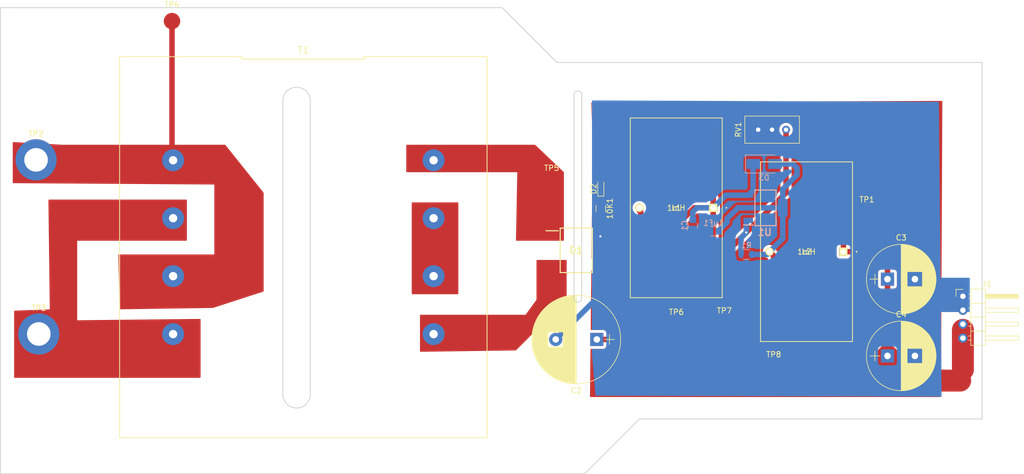
<source format=kicad_pcb>
(kicad_pcb (version 4) (host pcbnew 4.0.7)

  (general
    (links 53)
    (no_connects 0)
    (area 53.424999 49.924999 232.575001 135.075001)
    (thickness 1.6)
    (drawings 17)
    (tracks 110)
    (zones 0)
    (modules 24)
    (nets 13)
  )

  (page A4)
  (layers
    (0 F.Cu signal)
    (31 B.Cu signal)
    (32 B.Adhes user)
    (33 F.Adhes user)
    (34 B.Paste user)
    (35 F.Paste user)
    (36 B.SilkS user)
    (37 F.SilkS user)
    (38 B.Mask user)
    (39 F.Mask user)
    (40 Dwgs.User user)
    (41 Cmts.User user)
    (42 Eco1.User user)
    (43 Eco2.User user)
    (44 Edge.Cuts user)
    (45 Margin user)
    (46 B.CrtYd user)
    (47 F.CrtYd user)
    (48 B.Fab user)
    (49 F.Fab user)
  )

  (setup
    (last_trace_width 1)
    (trace_clearance 0.2)
    (zone_clearance 0.508)
    (zone_45_only no)
    (trace_min 0.2)
    (segment_width 0.2)
    (edge_width 0.15)
    (via_size 0.6)
    (via_drill 0.4)
    (via_min_size 0.4)
    (via_min_drill 0.3)
    (uvia_size 0.3)
    (uvia_drill 0.1)
    (uvias_allowed no)
    (uvia_min_size 0.2)
    (uvia_min_drill 0.1)
    (pcb_text_width 0.3)
    (pcb_text_size 1.5 1.5)
    (mod_edge_width 0.15)
    (mod_text_size 1 1)
    (mod_text_width 0.15)
    (pad_size 1.35 2.25)
    (pad_drill 0)
    (pad_to_mask_clearance 0.2)
    (aux_axis_origin 0 0)
    (visible_elements FFFFFF7F)
    (pcbplotparams
      (layerselection 0x00030_80000001)
      (usegerberextensions false)
      (excludeedgelayer true)
      (linewidth 0.100000)
      (plotframeref false)
      (viasonmask false)
      (mode 1)
      (useauxorigin false)
      (hpglpennumber 1)
      (hpglpenspeed 20)
      (hpglpendiameter 15)
      (hpglpenoverlay 2)
      (psnegative false)
      (psa4output false)
      (plotreference true)
      (plotvalue true)
      (plotinvisibletext false)
      (padsonsilk false)
      (subtractmaskfromsilk false)
      (outputformat 1)
      (mirror false)
      (drillshape 1)
      (scaleselection 1)
      (outputdirectory ""))
  )

  (net 0 "")
  (net 1 "Net-(1uF1-Pad1)")
  (net 2 GND)
  (net 3 "Net-(10K1-Pad1)")
  (net 4 "Net-(C1-Pad1)")
  (net 5 "Net-(C3-Pad1)")
  (net 6 "Net-(D1-Pad1)")
  (net 7 "Net-(D1-Pad2)")
  (net 8 "Net-(D1-Pad3)")
  (net 9 "Net-(R1-Pad2)")
  (net 10 "Net-(T1-Pad1)")
  (net 11 "Net-(T1-Pad6)")
  (net 12 "Net-(T1-Pad2)")

  (net_class Default "This is the default net class."
    (clearance 0.2)
    (trace_width 1)
    (via_dia 0.6)
    (via_drill 0.4)
    (uvia_dia 0.3)
    (uvia_drill 0.1)
    (add_net GND)
    (add_net "Net-(10K1-Pad1)")
    (add_net "Net-(1uF1-Pad1)")
    (add_net "Net-(C1-Pad1)")
    (add_net "Net-(C3-Pad1)")
    (add_net "Net-(D1-Pad1)")
    (add_net "Net-(D1-Pad2)")
    (add_net "Net-(D1-Pad3)")
    (add_net "Net-(R1-Pad2)")
    (add_net "Net-(T1-Pad1)")
    (add_net "Net-(T1-Pad2)")
    (add_net "Net-(T1-Pad6)")
  )

  (module Capacitors_SMD:C_0805 (layer B.Cu) (tedit 58AA8463) (tstamp 5A5FFEB7)
    (at 183.5 90.75 180)
    (descr "Capacitor SMD 0805, reflow soldering, AVX (see smccp.pdf)")
    (tags "capacitor 0805")
    (path /5A2F467E)
    (attr smd)
    (fp_text reference 1uF1 (at 0 1.5 180) (layer B.SilkS)
      (effects (font (size 1 1) (thickness 0.15)) (justify mirror))
    )
    (fp_text value C (at 0 -1.148234 180) (layer B.Fab)
      (effects (font (size 1 1) (thickness 0.15)) (justify mirror))
    )
    (fp_text user %R (at 0 1.5 180) (layer B.Fab)
      (effects (font (size 1 1) (thickness 0.15)) (justify mirror))
    )
    (fp_line (start -1 -0.62) (end -1 0.62) (layer B.Fab) (width 0.1))
    (fp_line (start 1 -0.62) (end -1 -0.62) (layer B.Fab) (width 0.1))
    (fp_line (start 1 0.62) (end 1 -0.62) (layer B.Fab) (width 0.1))
    (fp_line (start -1 0.62) (end 1 0.62) (layer B.Fab) (width 0.1))
    (fp_line (start 0.5 0.85) (end -0.5 0.85) (layer B.SilkS) (width 0.12))
    (fp_line (start -0.5 -0.85) (end 0.5 -0.85) (layer B.SilkS) (width 0.12))
    (fp_line (start -1.75 0.88) (end 1.75 0.88) (layer B.CrtYd) (width 0.05))
    (fp_line (start -1.75 0.88) (end -1.75 -0.87) (layer B.CrtYd) (width 0.05))
    (fp_line (start 1.75 -0.87) (end 1.75 0.88) (layer B.CrtYd) (width 0.05))
    (fp_line (start 1.75 -0.87) (end -1.75 -0.87) (layer B.CrtYd) (width 0.05))
    (pad 1 smd rect (at -1 0 180) (size 1 1.25) (layers B.Cu B.Paste B.Mask)
      (net 1 "Net-(1uF1-Pad1)"))
    (pad 2 smd rect (at 1 0 180) (size 1 1.25) (layers B.Cu B.Paste B.Mask)
      (net 2 GND))
    (model Capacitors_SMD.3dshapes/C_0805.wrl
      (at (xyz 0 0 0))
      (scale (xyz 1 1 1))
      (rotate (xyz 0 0 0))
    )
  )

  (module Resistors_SMD:R_0805 (layer F.Cu) (tedit 58E0A804) (tstamp 5A5FFEC8)
    (at 162.974728 86.629516 270)
    (descr "Resistor SMD 0805, reflow soldering, Vishay (see dcrcw.pdf)")
    (tags "resistor 0805")
    (path /5A2F4F04)
    (attr smd)
    (fp_text reference 10K1 (at 0 -1.65 270) (layer F.SilkS)
      (effects (font (size 1 1) (thickness 0.15)))
    )
    (fp_text value R (at 0 1.75 270) (layer F.Fab)
      (effects (font (size 1 1) (thickness 0.15)))
    )
    (fp_text user %R (at 0 -3.5 270) (layer F.Fab)
      (effects (font (size 0.5 0.5) (thickness 0.075)))
    )
    (fp_line (start -1 0.62) (end -1 -0.62) (layer F.Fab) (width 0.1))
    (fp_line (start 1 0.62) (end -1 0.62) (layer F.Fab) (width 0.1))
    (fp_line (start 1 -0.62) (end 1 0.62) (layer F.Fab) (width 0.1))
    (fp_line (start -1 -0.62) (end 1 -0.62) (layer F.Fab) (width 0.1))
    (fp_line (start 0.6 0.88) (end -0.6 0.88) (layer F.SilkS) (width 0.12))
    (fp_line (start -0.6 -0.88) (end 0.6 -0.88) (layer F.SilkS) (width 0.12))
    (fp_line (start -1.55 -0.9) (end 1.55 -0.9) (layer F.CrtYd) (width 0.05))
    (fp_line (start -1.55 -0.9) (end -1.55 0.9) (layer F.CrtYd) (width 0.05))
    (fp_line (start 1.55 0.9) (end 1.55 -0.9) (layer F.CrtYd) (width 0.05))
    (fp_line (start 1.55 0.9) (end -1.55 0.9) (layer F.CrtYd) (width 0.05))
    (pad 1 smd rect (at -0.95 0 270) (size 0.7 1.3) (layers F.Cu F.Paste F.Mask)
      (net 3 "Net-(10K1-Pad1)"))
    (pad 2 smd rect (at 0.95 0 270) (size 0.7 1.3) (layers F.Cu F.Paste F.Mask)
      (net 2 GND))
    (model ${KISYS3DMOD}/Resistors_SMD.3dshapes/R_0805.wrl
      (at (xyz 0 0 0))
      (scale (xyz 1 1 1))
      (rotate (xyz 0 0 0))
    )
  )

  (module Capacitors_SMD:C_0805 (layer B.Cu) (tedit 58AA8463) (tstamp 5A5FFED9)
    (at 179.75 89.75 270)
    (descr "Capacitor SMD 0805, reflow soldering, AVX (see smccp.pdf)")
    (tags "capacitor 0805")
    (path /5A2F4623)
    (attr smd)
    (fp_text reference C1 (at 0 1.5 270) (layer B.SilkS)
      (effects (font (size 1 1) (thickness 0.15)) (justify mirror))
    )
    (fp_text value 100nF (at 0 -1.75 270) (layer B.Fab)
      (effects (font (size 1 1) (thickness 0.15)) (justify mirror))
    )
    (fp_text user %R (at 0 1.5 270) (layer B.Fab)
      (effects (font (size 1 1) (thickness 0.15)) (justify mirror))
    )
    (fp_line (start -1 -0.62) (end -1 0.62) (layer B.Fab) (width 0.1))
    (fp_line (start 1 -0.62) (end -1 -0.62) (layer B.Fab) (width 0.1))
    (fp_line (start 1 0.62) (end 1 -0.62) (layer B.Fab) (width 0.1))
    (fp_line (start -1 0.62) (end 1 0.62) (layer B.Fab) (width 0.1))
    (fp_line (start 0.5 0.85) (end -0.5 0.85) (layer B.SilkS) (width 0.12))
    (fp_line (start -0.5 -0.85) (end 0.5 -0.85) (layer B.SilkS) (width 0.12))
    (fp_line (start -1.75 0.88) (end 1.75 0.88) (layer B.CrtYd) (width 0.05))
    (fp_line (start -1.75 0.88) (end -1.75 -0.87) (layer B.CrtYd) (width 0.05))
    (fp_line (start 1.75 -0.87) (end 1.75 0.88) (layer B.CrtYd) (width 0.05))
    (fp_line (start 1.75 -0.87) (end -1.75 -0.87) (layer B.CrtYd) (width 0.05))
    (pad 1 smd rect (at -1 0 270) (size 1 1.25) (layers B.Cu B.Paste B.Mask)
      (net 4 "Net-(C1-Pad1)"))
    (pad 2 smd rect (at 1 0 270) (size 1 1.25) (layers B.Cu B.Paste B.Mask)
      (net 2 GND))
    (model Capacitors_SMD.3dshapes/C_0805.wrl
      (at (xyz 0 0 0))
      (scale (xyz 1 1 1))
      (rotate (xyz 0 0 0))
    )
  )

  (module Capacitors_THT:CP_Radial_D16.0mm_P7.50mm (layer F.Cu) (tedit 597BC7C2) (tstamp 5A5FFFFA)
    (at 162.25 110.5 180)
    (descr "CP, Radial series, Radial, pin pitch=7.50mm, , diameter=16mm, Electrolytic Capacitor")
    (tags "CP Radial series Radial pin pitch 7.50mm  diameter 16mm Electrolytic Capacitor")
    (path /5A2F133A)
    (fp_text reference C2 (at 3.75 -9.31 180) (layer F.SilkS)
      (effects (font (size 1 1) (thickness 0.15)))
    )
    (fp_text value 2200uF (at 3.75 9.31 180) (layer F.Fab)
      (effects (font (size 1 1) (thickness 0.15)))
    )
    (fp_circle (center 3.75 0) (end 11.75 0) (layer F.Fab) (width 0.1))
    (fp_circle (center 3.75 0) (end 11.84 0) (layer F.SilkS) (width 0.12))
    (fp_line (start -3.2 0) (end -1.4 0) (layer F.Fab) (width 0.1))
    (fp_line (start -2.3 -0.9) (end -2.3 0.9) (layer F.Fab) (width 0.1))
    (fp_line (start 3.75 -8.051) (end 3.75 8.051) (layer F.SilkS) (width 0.12))
    (fp_line (start 3.79 -8.05) (end 3.79 8.05) (layer F.SilkS) (width 0.12))
    (fp_line (start 3.83 -8.05) (end 3.83 8.05) (layer F.SilkS) (width 0.12))
    (fp_line (start 3.87 -8.05) (end 3.87 8.05) (layer F.SilkS) (width 0.12))
    (fp_line (start 3.91 -8.049) (end 3.91 8.049) (layer F.SilkS) (width 0.12))
    (fp_line (start 3.95 -8.048) (end 3.95 8.048) (layer F.SilkS) (width 0.12))
    (fp_line (start 3.99 -8.047) (end 3.99 8.047) (layer F.SilkS) (width 0.12))
    (fp_line (start 4.03 -8.046) (end 4.03 8.046) (layer F.SilkS) (width 0.12))
    (fp_line (start 4.07 -8.044) (end 4.07 8.044) (layer F.SilkS) (width 0.12))
    (fp_line (start 4.11 -8.042) (end 4.11 8.042) (layer F.SilkS) (width 0.12))
    (fp_line (start 4.15 -8.041) (end 4.15 8.041) (layer F.SilkS) (width 0.12))
    (fp_line (start 4.19 -8.039) (end 4.19 8.039) (layer F.SilkS) (width 0.12))
    (fp_line (start 4.23 -8.036) (end 4.23 8.036) (layer F.SilkS) (width 0.12))
    (fp_line (start 4.27 -8.034) (end 4.27 8.034) (layer F.SilkS) (width 0.12))
    (fp_line (start 4.31 -8.031) (end 4.31 8.031) (layer F.SilkS) (width 0.12))
    (fp_line (start 4.35 -8.028) (end 4.35 8.028) (layer F.SilkS) (width 0.12))
    (fp_line (start 4.39 -8.025) (end 4.39 8.025) (layer F.SilkS) (width 0.12))
    (fp_line (start 4.43 -8.022) (end 4.43 8.022) (layer F.SilkS) (width 0.12))
    (fp_line (start 4.471 -8.018) (end 4.471 8.018) (layer F.SilkS) (width 0.12))
    (fp_line (start 4.511 -8.015) (end 4.511 8.015) (layer F.SilkS) (width 0.12))
    (fp_line (start 4.551 -8.011) (end 4.551 8.011) (layer F.SilkS) (width 0.12))
    (fp_line (start 4.591 -8.007) (end 4.591 8.007) (layer F.SilkS) (width 0.12))
    (fp_line (start 4.631 -8.002) (end 4.631 8.002) (layer F.SilkS) (width 0.12))
    (fp_line (start 4.671 -7.998) (end 4.671 7.998) (layer F.SilkS) (width 0.12))
    (fp_line (start 4.711 -7.993) (end 4.711 7.993) (layer F.SilkS) (width 0.12))
    (fp_line (start 4.751 -7.988) (end 4.751 7.988) (layer F.SilkS) (width 0.12))
    (fp_line (start 4.791 -7.983) (end 4.791 7.983) (layer F.SilkS) (width 0.12))
    (fp_line (start 4.831 -7.978) (end 4.831 7.978) (layer F.SilkS) (width 0.12))
    (fp_line (start 4.871 -7.973) (end 4.871 7.973) (layer F.SilkS) (width 0.12))
    (fp_line (start 4.911 -7.967) (end 4.911 7.967) (layer F.SilkS) (width 0.12))
    (fp_line (start 4.951 -7.961) (end 4.951 7.961) (layer F.SilkS) (width 0.12))
    (fp_line (start 4.991 -7.955) (end 4.991 7.955) (layer F.SilkS) (width 0.12))
    (fp_line (start 5.031 -7.949) (end 5.031 7.949) (layer F.SilkS) (width 0.12))
    (fp_line (start 5.071 -7.942) (end 5.071 7.942) (layer F.SilkS) (width 0.12))
    (fp_line (start 5.111 -7.935) (end 5.111 7.935) (layer F.SilkS) (width 0.12))
    (fp_line (start 5.151 -7.928) (end 5.151 7.928) (layer F.SilkS) (width 0.12))
    (fp_line (start 5.191 -7.921) (end 5.191 7.921) (layer F.SilkS) (width 0.12))
    (fp_line (start 5.231 -7.914) (end 5.231 7.914) (layer F.SilkS) (width 0.12))
    (fp_line (start 5.271 -7.906) (end 5.271 7.906) (layer F.SilkS) (width 0.12))
    (fp_line (start 5.311 -7.899) (end 5.311 7.899) (layer F.SilkS) (width 0.12))
    (fp_line (start 5.351 -7.891) (end 5.351 7.891) (layer F.SilkS) (width 0.12))
    (fp_line (start 5.391 -7.883) (end 5.391 7.883) (layer F.SilkS) (width 0.12))
    (fp_line (start 5.431 -7.874) (end 5.431 7.874) (layer F.SilkS) (width 0.12))
    (fp_line (start 5.471 -7.866) (end 5.471 7.866) (layer F.SilkS) (width 0.12))
    (fp_line (start 5.511 -7.857) (end 5.511 7.857) (layer F.SilkS) (width 0.12))
    (fp_line (start 5.551 -7.848) (end 5.551 7.848) (layer F.SilkS) (width 0.12))
    (fp_line (start 5.591 -7.838) (end 5.591 7.838) (layer F.SilkS) (width 0.12))
    (fp_line (start 5.631 -7.829) (end 5.631 7.829) (layer F.SilkS) (width 0.12))
    (fp_line (start 5.671 -7.819) (end 5.671 7.819) (layer F.SilkS) (width 0.12))
    (fp_line (start 5.711 -7.809) (end 5.711 7.809) (layer F.SilkS) (width 0.12))
    (fp_line (start 5.751 -7.799) (end 5.751 7.799) (layer F.SilkS) (width 0.12))
    (fp_line (start 5.791 -7.789) (end 5.791 7.789) (layer F.SilkS) (width 0.12))
    (fp_line (start 5.831 -7.779) (end 5.831 7.779) (layer F.SilkS) (width 0.12))
    (fp_line (start 5.871 -7.768) (end 5.871 7.768) (layer F.SilkS) (width 0.12))
    (fp_line (start 5.911 -7.757) (end 5.911 7.757) (layer F.SilkS) (width 0.12))
    (fp_line (start 5.951 -7.746) (end 5.951 7.746) (layer F.SilkS) (width 0.12))
    (fp_line (start 5.991 -7.734) (end 5.991 7.734) (layer F.SilkS) (width 0.12))
    (fp_line (start 6.031 -7.723) (end 6.031 7.723) (layer F.SilkS) (width 0.12))
    (fp_line (start 6.071 -7.711) (end 6.071 7.711) (layer F.SilkS) (width 0.12))
    (fp_line (start 6.111 -7.699) (end 6.111 7.699) (layer F.SilkS) (width 0.12))
    (fp_line (start 6.151 -7.686) (end 6.151 -1.38) (layer F.SilkS) (width 0.12))
    (fp_line (start 6.151 1.38) (end 6.151 7.686) (layer F.SilkS) (width 0.12))
    (fp_line (start 6.191 -7.674) (end 6.191 -1.38) (layer F.SilkS) (width 0.12))
    (fp_line (start 6.191 1.38) (end 6.191 7.674) (layer F.SilkS) (width 0.12))
    (fp_line (start 6.231 -7.661) (end 6.231 -1.38) (layer F.SilkS) (width 0.12))
    (fp_line (start 6.231 1.38) (end 6.231 7.661) (layer F.SilkS) (width 0.12))
    (fp_line (start 6.271 -7.648) (end 6.271 -1.38) (layer F.SilkS) (width 0.12))
    (fp_line (start 6.271 1.38) (end 6.271 7.648) (layer F.SilkS) (width 0.12))
    (fp_line (start 6.311 -7.635) (end 6.311 -1.38) (layer F.SilkS) (width 0.12))
    (fp_line (start 6.311 1.38) (end 6.311 7.635) (layer F.SilkS) (width 0.12))
    (fp_line (start 6.351 -7.621) (end 6.351 -1.38) (layer F.SilkS) (width 0.12))
    (fp_line (start 6.351 1.38) (end 6.351 7.621) (layer F.SilkS) (width 0.12))
    (fp_line (start 6.391 -7.608) (end 6.391 -1.38) (layer F.SilkS) (width 0.12))
    (fp_line (start 6.391 1.38) (end 6.391 7.608) (layer F.SilkS) (width 0.12))
    (fp_line (start 6.431 -7.594) (end 6.431 -1.38) (layer F.SilkS) (width 0.12))
    (fp_line (start 6.431 1.38) (end 6.431 7.594) (layer F.SilkS) (width 0.12))
    (fp_line (start 6.471 -7.58) (end 6.471 -1.38) (layer F.SilkS) (width 0.12))
    (fp_line (start 6.471 1.38) (end 6.471 7.58) (layer F.SilkS) (width 0.12))
    (fp_line (start 6.511 -7.565) (end 6.511 -1.38) (layer F.SilkS) (width 0.12))
    (fp_line (start 6.511 1.38) (end 6.511 7.565) (layer F.SilkS) (width 0.12))
    (fp_line (start 6.551 -7.55) (end 6.551 -1.38) (layer F.SilkS) (width 0.12))
    (fp_line (start 6.551 1.38) (end 6.551 7.55) (layer F.SilkS) (width 0.12))
    (fp_line (start 6.591 -7.536) (end 6.591 -1.38) (layer F.SilkS) (width 0.12))
    (fp_line (start 6.591 1.38) (end 6.591 7.536) (layer F.SilkS) (width 0.12))
    (fp_line (start 6.631 -7.521) (end 6.631 -1.38) (layer F.SilkS) (width 0.12))
    (fp_line (start 6.631 1.38) (end 6.631 7.521) (layer F.SilkS) (width 0.12))
    (fp_line (start 6.671 -7.505) (end 6.671 -1.38) (layer F.SilkS) (width 0.12))
    (fp_line (start 6.671 1.38) (end 6.671 7.505) (layer F.SilkS) (width 0.12))
    (fp_line (start 6.711 -7.49) (end 6.711 -1.38) (layer F.SilkS) (width 0.12))
    (fp_line (start 6.711 1.38) (end 6.711 7.49) (layer F.SilkS) (width 0.12))
    (fp_line (start 6.751 -7.474) (end 6.751 -1.38) (layer F.SilkS) (width 0.12))
    (fp_line (start 6.751 1.38) (end 6.751 7.474) (layer F.SilkS) (width 0.12))
    (fp_line (start 6.791 -7.458) (end 6.791 -1.38) (layer F.SilkS) (width 0.12))
    (fp_line (start 6.791 1.38) (end 6.791 7.458) (layer F.SilkS) (width 0.12))
    (fp_line (start 6.831 -7.441) (end 6.831 -1.38) (layer F.SilkS) (width 0.12))
    (fp_line (start 6.831 1.38) (end 6.831 7.441) (layer F.SilkS) (width 0.12))
    (fp_line (start 6.871 -7.425) (end 6.871 -1.38) (layer F.SilkS) (width 0.12))
    (fp_line (start 6.871 1.38) (end 6.871 7.425) (layer F.SilkS) (width 0.12))
    (fp_line (start 6.911 -7.408) (end 6.911 -1.38) (layer F.SilkS) (width 0.12))
    (fp_line (start 6.911 1.38) (end 6.911 7.408) (layer F.SilkS) (width 0.12))
    (fp_line (start 6.951 -7.391) (end 6.951 -1.38) (layer F.SilkS) (width 0.12))
    (fp_line (start 6.951 1.38) (end 6.951 7.391) (layer F.SilkS) (width 0.12))
    (fp_line (start 6.991 -7.373) (end 6.991 -1.38) (layer F.SilkS) (width 0.12))
    (fp_line (start 6.991 1.38) (end 6.991 7.373) (layer F.SilkS) (width 0.12))
    (fp_line (start 7.031 -7.356) (end 7.031 -1.38) (layer F.SilkS) (width 0.12))
    (fp_line (start 7.031 1.38) (end 7.031 7.356) (layer F.SilkS) (width 0.12))
    (fp_line (start 7.071 -7.338) (end 7.071 -1.38) (layer F.SilkS) (width 0.12))
    (fp_line (start 7.071 1.38) (end 7.071 7.338) (layer F.SilkS) (width 0.12))
    (fp_line (start 7.111 -7.32) (end 7.111 -1.38) (layer F.SilkS) (width 0.12))
    (fp_line (start 7.111 1.38) (end 7.111 7.32) (layer F.SilkS) (width 0.12))
    (fp_line (start 7.151 -7.301) (end 7.151 -1.38) (layer F.SilkS) (width 0.12))
    (fp_line (start 7.151 1.38) (end 7.151 7.301) (layer F.SilkS) (width 0.12))
    (fp_line (start 7.191 -7.283) (end 7.191 -1.38) (layer F.SilkS) (width 0.12))
    (fp_line (start 7.191 1.38) (end 7.191 7.283) (layer F.SilkS) (width 0.12))
    (fp_line (start 7.231 -7.264) (end 7.231 -1.38) (layer F.SilkS) (width 0.12))
    (fp_line (start 7.231 1.38) (end 7.231 7.264) (layer F.SilkS) (width 0.12))
    (fp_line (start 7.271 -7.245) (end 7.271 -1.38) (layer F.SilkS) (width 0.12))
    (fp_line (start 7.271 1.38) (end 7.271 7.245) (layer F.SilkS) (width 0.12))
    (fp_line (start 7.311 -7.225) (end 7.311 -1.38) (layer F.SilkS) (width 0.12))
    (fp_line (start 7.311 1.38) (end 7.311 7.225) (layer F.SilkS) (width 0.12))
    (fp_line (start 7.351 -7.205) (end 7.351 -1.38) (layer F.SilkS) (width 0.12))
    (fp_line (start 7.351 1.38) (end 7.351 7.205) (layer F.SilkS) (width 0.12))
    (fp_line (start 7.391 -7.185) (end 7.391 -1.38) (layer F.SilkS) (width 0.12))
    (fp_line (start 7.391 1.38) (end 7.391 7.185) (layer F.SilkS) (width 0.12))
    (fp_line (start 7.431 -7.165) (end 7.431 -1.38) (layer F.SilkS) (width 0.12))
    (fp_line (start 7.431 1.38) (end 7.431 7.165) (layer F.SilkS) (width 0.12))
    (fp_line (start 7.471 -7.144) (end 7.471 -1.38) (layer F.SilkS) (width 0.12))
    (fp_line (start 7.471 1.38) (end 7.471 7.144) (layer F.SilkS) (width 0.12))
    (fp_line (start 7.511 -7.124) (end 7.511 -1.38) (layer F.SilkS) (width 0.12))
    (fp_line (start 7.511 1.38) (end 7.511 7.124) (layer F.SilkS) (width 0.12))
    (fp_line (start 7.551 -7.102) (end 7.551 -1.38) (layer F.SilkS) (width 0.12))
    (fp_line (start 7.551 1.38) (end 7.551 7.102) (layer F.SilkS) (width 0.12))
    (fp_line (start 7.591 -7.081) (end 7.591 -1.38) (layer F.SilkS) (width 0.12))
    (fp_line (start 7.591 1.38) (end 7.591 7.081) (layer F.SilkS) (width 0.12))
    (fp_line (start 7.631 -7.059) (end 7.631 -1.38) (layer F.SilkS) (width 0.12))
    (fp_line (start 7.631 1.38) (end 7.631 7.059) (layer F.SilkS) (width 0.12))
    (fp_line (start 7.671 -7.037) (end 7.671 -1.38) (layer F.SilkS) (width 0.12))
    (fp_line (start 7.671 1.38) (end 7.671 7.037) (layer F.SilkS) (width 0.12))
    (fp_line (start 7.711 -7.015) (end 7.711 -1.38) (layer F.SilkS) (width 0.12))
    (fp_line (start 7.711 1.38) (end 7.711 7.015) (layer F.SilkS) (width 0.12))
    (fp_line (start 7.751 -6.992) (end 7.751 -1.38) (layer F.SilkS) (width 0.12))
    (fp_line (start 7.751 1.38) (end 7.751 6.992) (layer F.SilkS) (width 0.12))
    (fp_line (start 7.791 -6.97) (end 7.791 -1.38) (layer F.SilkS) (width 0.12))
    (fp_line (start 7.791 1.38) (end 7.791 6.97) (layer F.SilkS) (width 0.12))
    (fp_line (start 7.831 -6.946) (end 7.831 -1.38) (layer F.SilkS) (width 0.12))
    (fp_line (start 7.831 1.38) (end 7.831 6.946) (layer F.SilkS) (width 0.12))
    (fp_line (start 7.871 -6.923) (end 7.871 -1.38) (layer F.SilkS) (width 0.12))
    (fp_line (start 7.871 1.38) (end 7.871 6.923) (layer F.SilkS) (width 0.12))
    (fp_line (start 7.911 -6.899) (end 7.911 -1.38) (layer F.SilkS) (width 0.12))
    (fp_line (start 7.911 1.38) (end 7.911 6.899) (layer F.SilkS) (width 0.12))
    (fp_line (start 7.951 -6.875) (end 7.951 -1.38) (layer F.SilkS) (width 0.12))
    (fp_line (start 7.951 1.38) (end 7.951 6.875) (layer F.SilkS) (width 0.12))
    (fp_line (start 7.991 -6.85) (end 7.991 -1.38) (layer F.SilkS) (width 0.12))
    (fp_line (start 7.991 1.38) (end 7.991 6.85) (layer F.SilkS) (width 0.12))
    (fp_line (start 8.031 -6.826) (end 8.031 -1.38) (layer F.SilkS) (width 0.12))
    (fp_line (start 8.031 1.38) (end 8.031 6.826) (layer F.SilkS) (width 0.12))
    (fp_line (start 8.071 -6.801) (end 8.071 -1.38) (layer F.SilkS) (width 0.12))
    (fp_line (start 8.071 1.38) (end 8.071 6.801) (layer F.SilkS) (width 0.12))
    (fp_line (start 8.111 -6.775) (end 8.111 -1.38) (layer F.SilkS) (width 0.12))
    (fp_line (start 8.111 1.38) (end 8.111 6.775) (layer F.SilkS) (width 0.12))
    (fp_line (start 8.151 -6.749) (end 8.151 -1.38) (layer F.SilkS) (width 0.12))
    (fp_line (start 8.151 1.38) (end 8.151 6.749) (layer F.SilkS) (width 0.12))
    (fp_line (start 8.191 -6.723) (end 8.191 -1.38) (layer F.SilkS) (width 0.12))
    (fp_line (start 8.191 1.38) (end 8.191 6.723) (layer F.SilkS) (width 0.12))
    (fp_line (start 8.231 -6.697) (end 8.231 -1.38) (layer F.SilkS) (width 0.12))
    (fp_line (start 8.231 1.38) (end 8.231 6.697) (layer F.SilkS) (width 0.12))
    (fp_line (start 8.271 -6.67) (end 8.271 -1.38) (layer F.SilkS) (width 0.12))
    (fp_line (start 8.271 1.38) (end 8.271 6.67) (layer F.SilkS) (width 0.12))
    (fp_line (start 8.311 -6.643) (end 8.311 -1.38) (layer F.SilkS) (width 0.12))
    (fp_line (start 8.311 1.38) (end 8.311 6.643) (layer F.SilkS) (width 0.12))
    (fp_line (start 8.351 -6.615) (end 8.351 -1.38) (layer F.SilkS) (width 0.12))
    (fp_line (start 8.351 1.38) (end 8.351 6.615) (layer F.SilkS) (width 0.12))
    (fp_line (start 8.391 -6.588) (end 8.391 -1.38) (layer F.SilkS) (width 0.12))
    (fp_line (start 8.391 1.38) (end 8.391 6.588) (layer F.SilkS) (width 0.12))
    (fp_line (start 8.431 -6.559) (end 8.431 -1.38) (layer F.SilkS) (width 0.12))
    (fp_line (start 8.431 1.38) (end 8.431 6.559) (layer F.SilkS) (width 0.12))
    (fp_line (start 8.471 -6.531) (end 8.471 -1.38) (layer F.SilkS) (width 0.12))
    (fp_line (start 8.471 1.38) (end 8.471 6.531) (layer F.SilkS) (width 0.12))
    (fp_line (start 8.511 -6.502) (end 8.511 -1.38) (layer F.SilkS) (width 0.12))
    (fp_line (start 8.511 1.38) (end 8.511 6.502) (layer F.SilkS) (width 0.12))
    (fp_line (start 8.551 -6.473) (end 8.551 -1.38) (layer F.SilkS) (width 0.12))
    (fp_line (start 8.551 1.38) (end 8.551 6.473) (layer F.SilkS) (width 0.12))
    (fp_line (start 8.591 -6.443) (end 8.591 -1.38) (layer F.SilkS) (width 0.12))
    (fp_line (start 8.591 1.38) (end 8.591 6.443) (layer F.SilkS) (width 0.12))
    (fp_line (start 8.631 -6.413) (end 8.631 -1.38) (layer F.SilkS) (width 0.12))
    (fp_line (start 8.631 1.38) (end 8.631 6.413) (layer F.SilkS) (width 0.12))
    (fp_line (start 8.671 -6.382) (end 8.671 -1.38) (layer F.SilkS) (width 0.12))
    (fp_line (start 8.671 1.38) (end 8.671 6.382) (layer F.SilkS) (width 0.12))
    (fp_line (start 8.711 -6.352) (end 8.711 -1.38) (layer F.SilkS) (width 0.12))
    (fp_line (start 8.711 1.38) (end 8.711 6.352) (layer F.SilkS) (width 0.12))
    (fp_line (start 8.751 -6.32) (end 8.751 -1.38) (layer F.SilkS) (width 0.12))
    (fp_line (start 8.751 1.38) (end 8.751 6.32) (layer F.SilkS) (width 0.12))
    (fp_line (start 8.791 -6.289) (end 8.791 -1.38) (layer F.SilkS) (width 0.12))
    (fp_line (start 8.791 1.38) (end 8.791 6.289) (layer F.SilkS) (width 0.12))
    (fp_line (start 8.831 -6.257) (end 8.831 -1.38) (layer F.SilkS) (width 0.12))
    (fp_line (start 8.831 1.38) (end 8.831 6.257) (layer F.SilkS) (width 0.12))
    (fp_line (start 8.871 -6.224) (end 8.871 -1.38) (layer F.SilkS) (width 0.12))
    (fp_line (start 8.871 1.38) (end 8.871 6.224) (layer F.SilkS) (width 0.12))
    (fp_line (start 8.911 -6.191) (end 8.911 6.191) (layer F.SilkS) (width 0.12))
    (fp_line (start 8.951 -6.158) (end 8.951 6.158) (layer F.SilkS) (width 0.12))
    (fp_line (start 8.991 -6.124) (end 8.991 6.124) (layer F.SilkS) (width 0.12))
    (fp_line (start 9.031 -6.09) (end 9.031 6.09) (layer F.SilkS) (width 0.12))
    (fp_line (start 9.071 -6.055) (end 9.071 6.055) (layer F.SilkS) (width 0.12))
    (fp_line (start 9.111 -6.02) (end 9.111 6.02) (layer F.SilkS) (width 0.12))
    (fp_line (start 9.151 -5.984) (end 9.151 5.984) (layer F.SilkS) (width 0.12))
    (fp_line (start 9.191 -5.948) (end 9.191 5.948) (layer F.SilkS) (width 0.12))
    (fp_line (start 9.231 -5.912) (end 9.231 5.912) (layer F.SilkS) (width 0.12))
    (fp_line (start 9.271 -5.875) (end 9.271 5.875) (layer F.SilkS) (width 0.12))
    (fp_line (start 9.311 -5.837) (end 9.311 5.837) (layer F.SilkS) (width 0.12))
    (fp_line (start 9.351 -5.799) (end 9.351 5.799) (layer F.SilkS) (width 0.12))
    (fp_line (start 9.391 -5.76) (end 9.391 5.76) (layer F.SilkS) (width 0.12))
    (fp_line (start 9.431 -5.721) (end 9.431 5.721) (layer F.SilkS) (width 0.12))
    (fp_line (start 9.471 -5.681) (end 9.471 5.681) (layer F.SilkS) (width 0.12))
    (fp_line (start 9.511 -5.641) (end 9.511 5.641) (layer F.SilkS) (width 0.12))
    (fp_line (start 9.551 -5.6) (end 9.551 5.6) (layer F.SilkS) (width 0.12))
    (fp_line (start 9.591 -5.559) (end 9.591 5.559) (layer F.SilkS) (width 0.12))
    (fp_line (start 9.631 -5.517) (end 9.631 5.517) (layer F.SilkS) (width 0.12))
    (fp_line (start 9.671 -5.474) (end 9.671 5.474) (layer F.SilkS) (width 0.12))
    (fp_line (start 9.711 -5.431) (end 9.711 5.431) (layer F.SilkS) (width 0.12))
    (fp_line (start 9.751 -5.387) (end 9.751 5.387) (layer F.SilkS) (width 0.12))
    (fp_line (start 9.791 -5.343) (end 9.791 5.343) (layer F.SilkS) (width 0.12))
    (fp_line (start 9.831 -5.297) (end 9.831 5.297) (layer F.SilkS) (width 0.12))
    (fp_line (start 9.871 -5.251) (end 9.871 5.251) (layer F.SilkS) (width 0.12))
    (fp_line (start 9.911 -5.205) (end 9.911 5.205) (layer F.SilkS) (width 0.12))
    (fp_line (start 9.951 -5.157) (end 9.951 5.157) (layer F.SilkS) (width 0.12))
    (fp_line (start 9.991 -5.109) (end 9.991 5.109) (layer F.SilkS) (width 0.12))
    (fp_line (start 10.031 -5.06) (end 10.031 5.06) (layer F.SilkS) (width 0.12))
    (fp_line (start 10.071 -5.011) (end 10.071 5.011) (layer F.SilkS) (width 0.12))
    (fp_line (start 10.111 -4.96) (end 10.111 4.96) (layer F.SilkS) (width 0.12))
    (fp_line (start 10.151 -4.909) (end 10.151 4.909) (layer F.SilkS) (width 0.12))
    (fp_line (start 10.191 -4.857) (end 10.191 4.857) (layer F.SilkS) (width 0.12))
    (fp_line (start 10.231 -4.804) (end 10.231 4.804) (layer F.SilkS) (width 0.12))
    (fp_line (start 10.271 -4.75) (end 10.271 4.75) (layer F.SilkS) (width 0.12))
    (fp_line (start 10.311 -4.695) (end 10.311 4.695) (layer F.SilkS) (width 0.12))
    (fp_line (start 10.351 -4.639) (end 10.351 4.639) (layer F.SilkS) (width 0.12))
    (fp_line (start 10.391 -4.582) (end 10.391 4.582) (layer F.SilkS) (width 0.12))
    (fp_line (start 10.431 -4.524) (end 10.431 4.524) (layer F.SilkS) (width 0.12))
    (fp_line (start 10.471 -4.465) (end 10.471 4.465) (layer F.SilkS) (width 0.12))
    (fp_line (start 10.511 -4.405) (end 10.511 4.405) (layer F.SilkS) (width 0.12))
    (fp_line (start 10.551 -4.343) (end 10.551 4.343) (layer F.SilkS) (width 0.12))
    (fp_line (start 10.591 -4.281) (end 10.591 4.281) (layer F.SilkS) (width 0.12))
    (fp_line (start 10.631 -4.217) (end 10.631 4.217) (layer F.SilkS) (width 0.12))
    (fp_line (start 10.671 -4.151) (end 10.671 4.151) (layer F.SilkS) (width 0.12))
    (fp_line (start 10.711 -4.084) (end 10.711 4.084) (layer F.SilkS) (width 0.12))
    (fp_line (start 10.751 -4.016) (end 10.751 4.016) (layer F.SilkS) (width 0.12))
    (fp_line (start 10.791 -3.946) (end 10.791 3.946) (layer F.SilkS) (width 0.12))
    (fp_line (start 10.831 -3.875) (end 10.831 3.875) (layer F.SilkS) (width 0.12))
    (fp_line (start 10.871 -3.802) (end 10.871 3.802) (layer F.SilkS) (width 0.12))
    (fp_line (start 10.911 -3.726) (end 10.911 3.726) (layer F.SilkS) (width 0.12))
    (fp_line (start 10.951 -3.649) (end 10.951 3.649) (layer F.SilkS) (width 0.12))
    (fp_line (start 10.991 -3.57) (end 10.991 3.57) (layer F.SilkS) (width 0.12))
    (fp_line (start 11.031 -3.489) (end 11.031 3.489) (layer F.SilkS) (width 0.12))
    (fp_line (start 11.071 -3.405) (end 11.071 3.405) (layer F.SilkS) (width 0.12))
    (fp_line (start 11.111 -3.319) (end 11.111 3.319) (layer F.SilkS) (width 0.12))
    (fp_line (start 11.151 -3.23) (end 11.151 3.23) (layer F.SilkS) (width 0.12))
    (fp_line (start 11.191 -3.138) (end 11.191 3.138) (layer F.SilkS) (width 0.12))
    (fp_line (start 11.231 -3.042) (end 11.231 3.042) (layer F.SilkS) (width 0.12))
    (fp_line (start 11.271 -2.943) (end 11.271 2.943) (layer F.SilkS) (width 0.12))
    (fp_line (start 11.311 -2.841) (end 11.311 2.841) (layer F.SilkS) (width 0.12))
    (fp_line (start 11.351 -2.733) (end 11.351 2.733) (layer F.SilkS) (width 0.12))
    (fp_line (start 11.391 -2.621) (end 11.391 2.621) (layer F.SilkS) (width 0.12))
    (fp_line (start 11.431 -2.503) (end 11.431 2.503) (layer F.SilkS) (width 0.12))
    (fp_line (start 11.471 -2.379) (end 11.471 2.379) (layer F.SilkS) (width 0.12))
    (fp_line (start 11.511 -2.248) (end 11.511 2.248) (layer F.SilkS) (width 0.12))
    (fp_line (start 11.551 -2.107) (end 11.551 2.107) (layer F.SilkS) (width 0.12))
    (fp_line (start 11.591 -1.956) (end 11.591 1.956) (layer F.SilkS) (width 0.12))
    (fp_line (start 11.631 -1.792) (end 11.631 1.792) (layer F.SilkS) (width 0.12))
    (fp_line (start 11.671 -1.61) (end 11.671 1.61) (layer F.SilkS) (width 0.12))
    (fp_line (start 11.711 -1.405) (end 11.711 1.405) (layer F.SilkS) (width 0.12))
    (fp_line (start 11.751 -1.164) (end 11.751 1.164) (layer F.SilkS) (width 0.12))
    (fp_line (start 11.791 -0.859) (end 11.791 0.859) (layer F.SilkS) (width 0.12))
    (fp_line (start 11.831 -0.363) (end 11.831 0.363) (layer F.SilkS) (width 0.12))
    (fp_line (start -3.2 0) (end -1.4 0) (layer F.SilkS) (width 0.12))
    (fp_line (start -2.3 -0.9) (end -2.3 0.9) (layer F.SilkS) (width 0.12))
    (fp_line (start -4.6 -8.35) (end -4.6 8.35) (layer F.CrtYd) (width 0.05))
    (fp_line (start -4.6 8.35) (end 12.1 8.35) (layer F.CrtYd) (width 0.05))
    (fp_line (start 12.1 8.35) (end 12.1 -8.35) (layer F.CrtYd) (width 0.05))
    (fp_line (start 12.1 -8.35) (end -4.6 -8.35) (layer F.CrtYd) (width 0.05))
    (fp_text user %R (at 3.75 0 180) (layer F.Fab)
      (effects (font (size 1 1) (thickness 0.15)))
    )
    (pad 1 thru_hole rect (at 0 0 180) (size 2.4 2.4) (drill 1.2) (layers *.Cu *.Mask)
      (net 4 "Net-(C1-Pad1)"))
    (pad 2 thru_hole circle (at 7.5 0 180) (size 2.4 2.4) (drill 1.2) (layers *.Cu *.Mask)
      (net 2 GND))
    (model ${KISYS3DMOD}/Capacitors_THT.3dshapes/CP_Radial_D16.0mm_P7.50mm.wrl
      (at (xyz 0 0 0))
      (scale (xyz 1 1 1))
      (rotate (xyz 0 0 0))
    )
  )

  (module Capacitors_THT:CP_Radial_D12.5mm_P5.00mm (layer F.Cu) (tedit 597BC7C2) (tstamp 5A6000EF)
    (at 215.25 99.5)
    (descr "CP, Radial series, Radial, pin pitch=5.00mm, , diameter=12.5mm, Electrolytic Capacitor")
    (tags "CP Radial series Radial pin pitch 5.00mm  diameter 12.5mm Electrolytic Capacitor")
    (path /5A5EC229)
    (fp_text reference C3 (at 2.5 -7.56) (layer F.SilkS)
      (effects (font (size 1 1) (thickness 0.15)))
    )
    (fp_text value 4700uF (at 2.5 7.56) (layer F.Fab)
      (effects (font (size 1 1) (thickness 0.15)))
    )
    (fp_circle (center 2.5 0) (end 8.75 0) (layer F.Fab) (width 0.1))
    (fp_circle (center 2.5 0) (end 8.84 0) (layer F.SilkS) (width 0.12))
    (fp_line (start -3.2 0) (end -1.4 0) (layer F.Fab) (width 0.1))
    (fp_line (start -2.3 -0.9) (end -2.3 0.9) (layer F.Fab) (width 0.1))
    (fp_line (start 2.5 -6.3) (end 2.5 6.3) (layer F.SilkS) (width 0.12))
    (fp_line (start 2.54 -6.3) (end 2.54 6.3) (layer F.SilkS) (width 0.12))
    (fp_line (start 2.58 -6.3) (end 2.58 6.3) (layer F.SilkS) (width 0.12))
    (fp_line (start 2.62 -6.299) (end 2.62 6.299) (layer F.SilkS) (width 0.12))
    (fp_line (start 2.66 -6.298) (end 2.66 6.298) (layer F.SilkS) (width 0.12))
    (fp_line (start 2.7 -6.297) (end 2.7 6.297) (layer F.SilkS) (width 0.12))
    (fp_line (start 2.74 -6.296) (end 2.74 6.296) (layer F.SilkS) (width 0.12))
    (fp_line (start 2.78 -6.294) (end 2.78 6.294) (layer F.SilkS) (width 0.12))
    (fp_line (start 2.82 -6.292) (end 2.82 6.292) (layer F.SilkS) (width 0.12))
    (fp_line (start 2.86 -6.29) (end 2.86 6.29) (layer F.SilkS) (width 0.12))
    (fp_line (start 2.9 -6.288) (end 2.9 6.288) (layer F.SilkS) (width 0.12))
    (fp_line (start 2.94 -6.285) (end 2.94 6.285) (layer F.SilkS) (width 0.12))
    (fp_line (start 2.98 -6.282) (end 2.98 6.282) (layer F.SilkS) (width 0.12))
    (fp_line (start 3.02 -6.279) (end 3.02 6.279) (layer F.SilkS) (width 0.12))
    (fp_line (start 3.06 -6.276) (end 3.06 6.276) (layer F.SilkS) (width 0.12))
    (fp_line (start 3.1 -6.272) (end 3.1 6.272) (layer F.SilkS) (width 0.12))
    (fp_line (start 3.14 -6.268) (end 3.14 6.268) (layer F.SilkS) (width 0.12))
    (fp_line (start 3.18 -6.264) (end 3.18 6.264) (layer F.SilkS) (width 0.12))
    (fp_line (start 3.221 -6.259) (end 3.221 6.259) (layer F.SilkS) (width 0.12))
    (fp_line (start 3.261 -6.255) (end 3.261 6.255) (layer F.SilkS) (width 0.12))
    (fp_line (start 3.301 -6.25) (end 3.301 6.25) (layer F.SilkS) (width 0.12))
    (fp_line (start 3.341 -6.245) (end 3.341 6.245) (layer F.SilkS) (width 0.12))
    (fp_line (start 3.381 -6.239) (end 3.381 6.239) (layer F.SilkS) (width 0.12))
    (fp_line (start 3.421 -6.233) (end 3.421 6.233) (layer F.SilkS) (width 0.12))
    (fp_line (start 3.461 -6.227) (end 3.461 6.227) (layer F.SilkS) (width 0.12))
    (fp_line (start 3.501 -6.221) (end 3.501 6.221) (layer F.SilkS) (width 0.12))
    (fp_line (start 3.541 -6.215) (end 3.541 6.215) (layer F.SilkS) (width 0.12))
    (fp_line (start 3.581 -6.208) (end 3.581 6.208) (layer F.SilkS) (width 0.12))
    (fp_line (start 3.621 -6.201) (end 3.621 -1.38) (layer F.SilkS) (width 0.12))
    (fp_line (start 3.621 1.38) (end 3.621 6.201) (layer F.SilkS) (width 0.12))
    (fp_line (start 3.661 -6.193) (end 3.661 -1.38) (layer F.SilkS) (width 0.12))
    (fp_line (start 3.661 1.38) (end 3.661 6.193) (layer F.SilkS) (width 0.12))
    (fp_line (start 3.701 -6.186) (end 3.701 -1.38) (layer F.SilkS) (width 0.12))
    (fp_line (start 3.701 1.38) (end 3.701 6.186) (layer F.SilkS) (width 0.12))
    (fp_line (start 3.741 -6.178) (end 3.741 -1.38) (layer F.SilkS) (width 0.12))
    (fp_line (start 3.741 1.38) (end 3.741 6.178) (layer F.SilkS) (width 0.12))
    (fp_line (start 3.781 -6.17) (end 3.781 -1.38) (layer F.SilkS) (width 0.12))
    (fp_line (start 3.781 1.38) (end 3.781 6.17) (layer F.SilkS) (width 0.12))
    (fp_line (start 3.821 -6.162) (end 3.821 -1.38) (layer F.SilkS) (width 0.12))
    (fp_line (start 3.821 1.38) (end 3.821 6.162) (layer F.SilkS) (width 0.12))
    (fp_line (start 3.861 -6.153) (end 3.861 -1.38) (layer F.SilkS) (width 0.12))
    (fp_line (start 3.861 1.38) (end 3.861 6.153) (layer F.SilkS) (width 0.12))
    (fp_line (start 3.901 -6.144) (end 3.901 -1.38) (layer F.SilkS) (width 0.12))
    (fp_line (start 3.901 1.38) (end 3.901 6.144) (layer F.SilkS) (width 0.12))
    (fp_line (start 3.941 -6.135) (end 3.941 -1.38) (layer F.SilkS) (width 0.12))
    (fp_line (start 3.941 1.38) (end 3.941 6.135) (layer F.SilkS) (width 0.12))
    (fp_line (start 3.981 -6.125) (end 3.981 -1.38) (layer F.SilkS) (width 0.12))
    (fp_line (start 3.981 1.38) (end 3.981 6.125) (layer F.SilkS) (width 0.12))
    (fp_line (start 4.021 -6.116) (end 4.021 -1.38) (layer F.SilkS) (width 0.12))
    (fp_line (start 4.021 1.38) (end 4.021 6.116) (layer F.SilkS) (width 0.12))
    (fp_line (start 4.061 -6.106) (end 4.061 -1.38) (layer F.SilkS) (width 0.12))
    (fp_line (start 4.061 1.38) (end 4.061 6.106) (layer F.SilkS) (width 0.12))
    (fp_line (start 4.101 -6.095) (end 4.101 -1.38) (layer F.SilkS) (width 0.12))
    (fp_line (start 4.101 1.38) (end 4.101 6.095) (layer F.SilkS) (width 0.12))
    (fp_line (start 4.141 -6.085) (end 4.141 -1.38) (layer F.SilkS) (width 0.12))
    (fp_line (start 4.141 1.38) (end 4.141 6.085) (layer F.SilkS) (width 0.12))
    (fp_line (start 4.181 -6.074) (end 4.181 -1.38) (layer F.SilkS) (width 0.12))
    (fp_line (start 4.181 1.38) (end 4.181 6.074) (layer F.SilkS) (width 0.12))
    (fp_line (start 4.221 -6.063) (end 4.221 -1.38) (layer F.SilkS) (width 0.12))
    (fp_line (start 4.221 1.38) (end 4.221 6.063) (layer F.SilkS) (width 0.12))
    (fp_line (start 4.261 -6.051) (end 4.261 -1.38) (layer F.SilkS) (width 0.12))
    (fp_line (start 4.261 1.38) (end 4.261 6.051) (layer F.SilkS) (width 0.12))
    (fp_line (start 4.301 -6.04) (end 4.301 -1.38) (layer F.SilkS) (width 0.12))
    (fp_line (start 4.301 1.38) (end 4.301 6.04) (layer F.SilkS) (width 0.12))
    (fp_line (start 4.341 -6.028) (end 4.341 -1.38) (layer F.SilkS) (width 0.12))
    (fp_line (start 4.341 1.38) (end 4.341 6.028) (layer F.SilkS) (width 0.12))
    (fp_line (start 4.381 -6.015) (end 4.381 -1.38) (layer F.SilkS) (width 0.12))
    (fp_line (start 4.381 1.38) (end 4.381 6.015) (layer F.SilkS) (width 0.12))
    (fp_line (start 4.421 -6.003) (end 4.421 -1.38) (layer F.SilkS) (width 0.12))
    (fp_line (start 4.421 1.38) (end 4.421 6.003) (layer F.SilkS) (width 0.12))
    (fp_line (start 4.461 -5.99) (end 4.461 -1.38) (layer F.SilkS) (width 0.12))
    (fp_line (start 4.461 1.38) (end 4.461 5.99) (layer F.SilkS) (width 0.12))
    (fp_line (start 4.501 -5.977) (end 4.501 -1.38) (layer F.SilkS) (width 0.12))
    (fp_line (start 4.501 1.38) (end 4.501 5.977) (layer F.SilkS) (width 0.12))
    (fp_line (start 4.541 -5.963) (end 4.541 -1.38) (layer F.SilkS) (width 0.12))
    (fp_line (start 4.541 1.38) (end 4.541 5.963) (layer F.SilkS) (width 0.12))
    (fp_line (start 4.581 -5.95) (end 4.581 -1.38) (layer F.SilkS) (width 0.12))
    (fp_line (start 4.581 1.38) (end 4.581 5.95) (layer F.SilkS) (width 0.12))
    (fp_line (start 4.621 -5.936) (end 4.621 -1.38) (layer F.SilkS) (width 0.12))
    (fp_line (start 4.621 1.38) (end 4.621 5.936) (layer F.SilkS) (width 0.12))
    (fp_line (start 4.661 -5.921) (end 4.661 -1.38) (layer F.SilkS) (width 0.12))
    (fp_line (start 4.661 1.38) (end 4.661 5.921) (layer F.SilkS) (width 0.12))
    (fp_line (start 4.701 -5.907) (end 4.701 -1.38) (layer F.SilkS) (width 0.12))
    (fp_line (start 4.701 1.38) (end 4.701 5.907) (layer F.SilkS) (width 0.12))
    (fp_line (start 4.741 -5.892) (end 4.741 -1.38) (layer F.SilkS) (width 0.12))
    (fp_line (start 4.741 1.38) (end 4.741 5.892) (layer F.SilkS) (width 0.12))
    (fp_line (start 4.781 -5.876) (end 4.781 -1.38) (layer F.SilkS) (width 0.12))
    (fp_line (start 4.781 1.38) (end 4.781 5.876) (layer F.SilkS) (width 0.12))
    (fp_line (start 4.821 -5.861) (end 4.821 -1.38) (layer F.SilkS) (width 0.12))
    (fp_line (start 4.821 1.38) (end 4.821 5.861) (layer F.SilkS) (width 0.12))
    (fp_line (start 4.861 -5.845) (end 4.861 -1.38) (layer F.SilkS) (width 0.12))
    (fp_line (start 4.861 1.38) (end 4.861 5.845) (layer F.SilkS) (width 0.12))
    (fp_line (start 4.901 -5.829) (end 4.901 -1.38) (layer F.SilkS) (width 0.12))
    (fp_line (start 4.901 1.38) (end 4.901 5.829) (layer F.SilkS) (width 0.12))
    (fp_line (start 4.941 -5.812) (end 4.941 -1.38) (layer F.SilkS) (width 0.12))
    (fp_line (start 4.941 1.38) (end 4.941 5.812) (layer F.SilkS) (width 0.12))
    (fp_line (start 4.981 -5.795) (end 4.981 -1.38) (layer F.SilkS) (width 0.12))
    (fp_line (start 4.981 1.38) (end 4.981 5.795) (layer F.SilkS) (width 0.12))
    (fp_line (start 5.021 -5.778) (end 5.021 -1.38) (layer F.SilkS) (width 0.12))
    (fp_line (start 5.021 1.38) (end 5.021 5.778) (layer F.SilkS) (width 0.12))
    (fp_line (start 5.061 -5.761) (end 5.061 -1.38) (layer F.SilkS) (width 0.12))
    (fp_line (start 5.061 1.38) (end 5.061 5.761) (layer F.SilkS) (width 0.12))
    (fp_line (start 5.101 -5.743) (end 5.101 -1.38) (layer F.SilkS) (width 0.12))
    (fp_line (start 5.101 1.38) (end 5.101 5.743) (layer F.SilkS) (width 0.12))
    (fp_line (start 5.141 -5.725) (end 5.141 -1.38) (layer F.SilkS) (width 0.12))
    (fp_line (start 5.141 1.38) (end 5.141 5.725) (layer F.SilkS) (width 0.12))
    (fp_line (start 5.181 -5.706) (end 5.181 -1.38) (layer F.SilkS) (width 0.12))
    (fp_line (start 5.181 1.38) (end 5.181 5.706) (layer F.SilkS) (width 0.12))
    (fp_line (start 5.221 -5.687) (end 5.221 -1.38) (layer F.SilkS) (width 0.12))
    (fp_line (start 5.221 1.38) (end 5.221 5.687) (layer F.SilkS) (width 0.12))
    (fp_line (start 5.261 -5.668) (end 5.261 -1.38) (layer F.SilkS) (width 0.12))
    (fp_line (start 5.261 1.38) (end 5.261 5.668) (layer F.SilkS) (width 0.12))
    (fp_line (start 5.301 -5.649) (end 5.301 -1.38) (layer F.SilkS) (width 0.12))
    (fp_line (start 5.301 1.38) (end 5.301 5.649) (layer F.SilkS) (width 0.12))
    (fp_line (start 5.341 -5.629) (end 5.341 -1.38) (layer F.SilkS) (width 0.12))
    (fp_line (start 5.341 1.38) (end 5.341 5.629) (layer F.SilkS) (width 0.12))
    (fp_line (start 5.381 -5.609) (end 5.381 -1.38) (layer F.SilkS) (width 0.12))
    (fp_line (start 5.381 1.38) (end 5.381 5.609) (layer F.SilkS) (width 0.12))
    (fp_line (start 5.421 -5.588) (end 5.421 -1.38) (layer F.SilkS) (width 0.12))
    (fp_line (start 5.421 1.38) (end 5.421 5.588) (layer F.SilkS) (width 0.12))
    (fp_line (start 5.461 -5.567) (end 5.461 -1.38) (layer F.SilkS) (width 0.12))
    (fp_line (start 5.461 1.38) (end 5.461 5.567) (layer F.SilkS) (width 0.12))
    (fp_line (start 5.501 -5.546) (end 5.501 -1.38) (layer F.SilkS) (width 0.12))
    (fp_line (start 5.501 1.38) (end 5.501 5.546) (layer F.SilkS) (width 0.12))
    (fp_line (start 5.541 -5.524) (end 5.541 -1.38) (layer F.SilkS) (width 0.12))
    (fp_line (start 5.541 1.38) (end 5.541 5.524) (layer F.SilkS) (width 0.12))
    (fp_line (start 5.581 -5.502) (end 5.581 -1.38) (layer F.SilkS) (width 0.12))
    (fp_line (start 5.581 1.38) (end 5.581 5.502) (layer F.SilkS) (width 0.12))
    (fp_line (start 5.621 -5.48) (end 5.621 -1.38) (layer F.SilkS) (width 0.12))
    (fp_line (start 5.621 1.38) (end 5.621 5.48) (layer F.SilkS) (width 0.12))
    (fp_line (start 5.661 -5.457) (end 5.661 -1.38) (layer F.SilkS) (width 0.12))
    (fp_line (start 5.661 1.38) (end 5.661 5.457) (layer F.SilkS) (width 0.12))
    (fp_line (start 5.701 -5.434) (end 5.701 -1.38) (layer F.SilkS) (width 0.12))
    (fp_line (start 5.701 1.38) (end 5.701 5.434) (layer F.SilkS) (width 0.12))
    (fp_line (start 5.741 -5.41) (end 5.741 -1.38) (layer F.SilkS) (width 0.12))
    (fp_line (start 5.741 1.38) (end 5.741 5.41) (layer F.SilkS) (width 0.12))
    (fp_line (start 5.781 -5.386) (end 5.781 -1.38) (layer F.SilkS) (width 0.12))
    (fp_line (start 5.781 1.38) (end 5.781 5.386) (layer F.SilkS) (width 0.12))
    (fp_line (start 5.821 -5.362) (end 5.821 -1.38) (layer F.SilkS) (width 0.12))
    (fp_line (start 5.821 1.38) (end 5.821 5.362) (layer F.SilkS) (width 0.12))
    (fp_line (start 5.861 -5.337) (end 5.861 -1.38) (layer F.SilkS) (width 0.12))
    (fp_line (start 5.861 1.38) (end 5.861 5.337) (layer F.SilkS) (width 0.12))
    (fp_line (start 5.901 -5.312) (end 5.901 -1.38) (layer F.SilkS) (width 0.12))
    (fp_line (start 5.901 1.38) (end 5.901 5.312) (layer F.SilkS) (width 0.12))
    (fp_line (start 5.941 -5.286) (end 5.941 -1.38) (layer F.SilkS) (width 0.12))
    (fp_line (start 5.941 1.38) (end 5.941 5.286) (layer F.SilkS) (width 0.12))
    (fp_line (start 5.981 -5.26) (end 5.981 -1.38) (layer F.SilkS) (width 0.12))
    (fp_line (start 5.981 1.38) (end 5.981 5.26) (layer F.SilkS) (width 0.12))
    (fp_line (start 6.021 -5.234) (end 6.021 -1.38) (layer F.SilkS) (width 0.12))
    (fp_line (start 6.021 1.38) (end 6.021 5.234) (layer F.SilkS) (width 0.12))
    (fp_line (start 6.061 -5.207) (end 6.061 -1.38) (layer F.SilkS) (width 0.12))
    (fp_line (start 6.061 1.38) (end 6.061 5.207) (layer F.SilkS) (width 0.12))
    (fp_line (start 6.101 -5.179) (end 6.101 -1.38) (layer F.SilkS) (width 0.12))
    (fp_line (start 6.101 1.38) (end 6.101 5.179) (layer F.SilkS) (width 0.12))
    (fp_line (start 6.141 -5.151) (end 6.141 -1.38) (layer F.SilkS) (width 0.12))
    (fp_line (start 6.141 1.38) (end 6.141 5.151) (layer F.SilkS) (width 0.12))
    (fp_line (start 6.181 -5.123) (end 6.181 -1.38) (layer F.SilkS) (width 0.12))
    (fp_line (start 6.181 1.38) (end 6.181 5.123) (layer F.SilkS) (width 0.12))
    (fp_line (start 6.221 -5.094) (end 6.221 -1.38) (layer F.SilkS) (width 0.12))
    (fp_line (start 6.221 1.38) (end 6.221 5.094) (layer F.SilkS) (width 0.12))
    (fp_line (start 6.261 -5.065) (end 6.261 -1.38) (layer F.SilkS) (width 0.12))
    (fp_line (start 6.261 1.38) (end 6.261 5.065) (layer F.SilkS) (width 0.12))
    (fp_line (start 6.301 -5.035) (end 6.301 -1.38) (layer F.SilkS) (width 0.12))
    (fp_line (start 6.301 1.38) (end 6.301 5.035) (layer F.SilkS) (width 0.12))
    (fp_line (start 6.341 -5.005) (end 6.341 -1.38) (layer F.SilkS) (width 0.12))
    (fp_line (start 6.341 1.38) (end 6.341 5.005) (layer F.SilkS) (width 0.12))
    (fp_line (start 6.381 -4.975) (end 6.381 4.975) (layer F.SilkS) (width 0.12))
    (fp_line (start 6.421 -4.943) (end 6.421 4.943) (layer F.SilkS) (width 0.12))
    (fp_line (start 6.461 -4.912) (end 6.461 4.912) (layer F.SilkS) (width 0.12))
    (fp_line (start 6.501 -4.879) (end 6.501 4.879) (layer F.SilkS) (width 0.12))
    (fp_line (start 6.541 -4.847) (end 6.541 4.847) (layer F.SilkS) (width 0.12))
    (fp_line (start 6.581 -4.813) (end 6.581 4.813) (layer F.SilkS) (width 0.12))
    (fp_line (start 6.621 -4.779) (end 6.621 4.779) (layer F.SilkS) (width 0.12))
    (fp_line (start 6.661 -4.745) (end 6.661 4.745) (layer F.SilkS) (width 0.12))
    (fp_line (start 6.701 -4.71) (end 6.701 4.71) (layer F.SilkS) (width 0.12))
    (fp_line (start 6.741 -4.674) (end 6.741 4.674) (layer F.SilkS) (width 0.12))
    (fp_line (start 6.781 -4.638) (end 6.781 4.638) (layer F.SilkS) (width 0.12))
    (fp_line (start 6.821 -4.601) (end 6.821 4.601) (layer F.SilkS) (width 0.12))
    (fp_line (start 6.861 -4.563) (end 6.861 4.563) (layer F.SilkS) (width 0.12))
    (fp_line (start 6.901 -4.525) (end 6.901 4.525) (layer F.SilkS) (width 0.12))
    (fp_line (start 6.941 -4.486) (end 6.941 4.486) (layer F.SilkS) (width 0.12))
    (fp_line (start 6.981 -4.447) (end 6.981 4.447) (layer F.SilkS) (width 0.12))
    (fp_line (start 7.021 -4.406) (end 7.021 4.406) (layer F.SilkS) (width 0.12))
    (fp_line (start 7.061 -4.365) (end 7.061 4.365) (layer F.SilkS) (width 0.12))
    (fp_line (start 7.101 -4.323) (end 7.101 4.323) (layer F.SilkS) (width 0.12))
    (fp_line (start 7.141 -4.281) (end 7.141 4.281) (layer F.SilkS) (width 0.12))
    (fp_line (start 7.181 -4.238) (end 7.181 4.238) (layer F.SilkS) (width 0.12))
    (fp_line (start 7.221 -4.193) (end 7.221 4.193) (layer F.SilkS) (width 0.12))
    (fp_line (start 7.261 -4.148) (end 7.261 4.148) (layer F.SilkS) (width 0.12))
    (fp_line (start 7.301 -4.102) (end 7.301 4.102) (layer F.SilkS) (width 0.12))
    (fp_line (start 7.341 -4.056) (end 7.341 4.056) (layer F.SilkS) (width 0.12))
    (fp_line (start 7.381 -4.008) (end 7.381 4.008) (layer F.SilkS) (width 0.12))
    (fp_line (start 7.421 -3.959) (end 7.421 3.959) (layer F.SilkS) (width 0.12))
    (fp_line (start 7.461 -3.909) (end 7.461 3.909) (layer F.SilkS) (width 0.12))
    (fp_line (start 7.501 -3.859) (end 7.501 3.859) (layer F.SilkS) (width 0.12))
    (fp_line (start 7.541 -3.807) (end 7.541 3.807) (layer F.SilkS) (width 0.12))
    (fp_line (start 7.581 -3.754) (end 7.581 3.754) (layer F.SilkS) (width 0.12))
    (fp_line (start 7.621 -3.7) (end 7.621 3.7) (layer F.SilkS) (width 0.12))
    (fp_line (start 7.661 -3.644) (end 7.661 3.644) (layer F.SilkS) (width 0.12))
    (fp_line (start 7.701 -3.588) (end 7.701 3.588) (layer F.SilkS) (width 0.12))
    (fp_line (start 7.741 -3.53) (end 7.741 3.53) (layer F.SilkS) (width 0.12))
    (fp_line (start 7.781 -3.47) (end 7.781 3.47) (layer F.SilkS) (width 0.12))
    (fp_line (start 7.821 -3.409) (end 7.821 3.409) (layer F.SilkS) (width 0.12))
    (fp_line (start 7.861 -3.347) (end 7.861 3.347) (layer F.SilkS) (width 0.12))
    (fp_line (start 7.901 -3.282) (end 7.901 3.282) (layer F.SilkS) (width 0.12))
    (fp_line (start 7.941 -3.217) (end 7.941 3.217) (layer F.SilkS) (width 0.12))
    (fp_line (start 7.981 -3.149) (end 7.981 3.149) (layer F.SilkS) (width 0.12))
    (fp_line (start 8.021 -3.079) (end 8.021 3.079) (layer F.SilkS) (width 0.12))
    (fp_line (start 8.061 -3.007) (end 8.061 3.007) (layer F.SilkS) (width 0.12))
    (fp_line (start 8.101 -2.933) (end 8.101 2.933) (layer F.SilkS) (width 0.12))
    (fp_line (start 8.141 -2.856) (end 8.141 2.856) (layer F.SilkS) (width 0.12))
    (fp_line (start 8.181 -2.777) (end 8.181 2.777) (layer F.SilkS) (width 0.12))
    (fp_line (start 8.221 -2.695) (end 8.221 2.695) (layer F.SilkS) (width 0.12))
    (fp_line (start 8.261 -2.61) (end 8.261 2.61) (layer F.SilkS) (width 0.12))
    (fp_line (start 8.301 -2.521) (end 8.301 2.521) (layer F.SilkS) (width 0.12))
    (fp_line (start 8.341 -2.428) (end 8.341 2.428) (layer F.SilkS) (width 0.12))
    (fp_line (start 8.381 -2.331) (end 8.381 2.331) (layer F.SilkS) (width 0.12))
    (fp_line (start 8.421 -2.23) (end 8.421 2.23) (layer F.SilkS) (width 0.12))
    (fp_line (start 8.461 -2.122) (end 8.461 2.122) (layer F.SilkS) (width 0.12))
    (fp_line (start 8.501 -2.009) (end 8.501 2.009) (layer F.SilkS) (width 0.12))
    (fp_line (start 8.541 -1.888) (end 8.541 1.888) (layer F.SilkS) (width 0.12))
    (fp_line (start 8.581 -1.757) (end 8.581 1.757) (layer F.SilkS) (width 0.12))
    (fp_line (start 8.621 -1.616) (end 8.621 1.616) (layer F.SilkS) (width 0.12))
    (fp_line (start 8.661 -1.46) (end 8.661 1.46) (layer F.SilkS) (width 0.12))
    (fp_line (start 8.701 -1.285) (end 8.701 1.285) (layer F.SilkS) (width 0.12))
    (fp_line (start 8.741 -1.082) (end 8.741 1.082) (layer F.SilkS) (width 0.12))
    (fp_line (start 8.781 -0.831) (end 8.781 0.831) (layer F.SilkS) (width 0.12))
    (fp_line (start 8.821 -0.464) (end 8.821 0.464) (layer F.SilkS) (width 0.12))
    (fp_line (start -3.2 0) (end -1.4 0) (layer F.SilkS) (width 0.12))
    (fp_line (start -2.3 -0.9) (end -2.3 0.9) (layer F.SilkS) (width 0.12))
    (fp_line (start -4.1 -6.6) (end -4.1 6.6) (layer F.CrtYd) (width 0.05))
    (fp_line (start -4.1 6.6) (end 9.1 6.6) (layer F.CrtYd) (width 0.05))
    (fp_line (start 9.1 6.6) (end 9.1 -6.6) (layer F.CrtYd) (width 0.05))
    (fp_line (start 9.1 -6.6) (end -4.1 -6.6) (layer F.CrtYd) (width 0.05))
    (fp_text user %R (at 2.5 0) (layer F.Fab)
      (effects (font (size 1 1) (thickness 0.15)))
    )
    (pad 1 thru_hole rect (at 0 0) (size 2.4 2.4) (drill 1.2) (layers *.Cu *.Mask)
      (net 5 "Net-(C3-Pad1)"))
    (pad 2 thru_hole circle (at 5 0) (size 2.4 2.4) (drill 1.2) (layers *.Cu *.Mask)
      (net 2 GND))
    (model ${KISYS3DMOD}/Capacitors_THT.3dshapes/CP_Radial_D12.5mm_P5.00mm.wrl
      (at (xyz 0 0 0))
      (scale (xyz 1 1 1))
      (rotate (xyz 0 0 0))
    )
  )

  (module Capacitors_THT:CP_Radial_D12.5mm_P5.00mm (layer F.Cu) (tedit 597BC7C2) (tstamp 5A6001E4)
    (at 215.25 113.5)
    (descr "CP, Radial series, Radial, pin pitch=5.00mm, , diameter=12.5mm, Electrolytic Capacitor")
    (tags "CP Radial series Radial pin pitch 5.00mm  diameter 12.5mm Electrolytic Capacitor")
    (path /5A5EC2C2)
    (fp_text reference C4 (at 2.5 -7.56) (layer F.SilkS)
      (effects (font (size 1 1) (thickness 0.15)))
    )
    (fp_text value 4700uF (at 2.5 7.56) (layer F.Fab)
      (effects (font (size 1 1) (thickness 0.15)))
    )
    (fp_circle (center 2.5 0) (end 8.75 0) (layer F.Fab) (width 0.1))
    (fp_circle (center 2.5 0) (end 8.84 0) (layer F.SilkS) (width 0.12))
    (fp_line (start -3.2 0) (end -1.4 0) (layer F.Fab) (width 0.1))
    (fp_line (start -2.3 -0.9) (end -2.3 0.9) (layer F.Fab) (width 0.1))
    (fp_line (start 2.5 -6.3) (end 2.5 6.3) (layer F.SilkS) (width 0.12))
    (fp_line (start 2.54 -6.3) (end 2.54 6.3) (layer F.SilkS) (width 0.12))
    (fp_line (start 2.58 -6.3) (end 2.58 6.3) (layer F.SilkS) (width 0.12))
    (fp_line (start 2.62 -6.299) (end 2.62 6.299) (layer F.SilkS) (width 0.12))
    (fp_line (start 2.66 -6.298) (end 2.66 6.298) (layer F.SilkS) (width 0.12))
    (fp_line (start 2.7 -6.297) (end 2.7 6.297) (layer F.SilkS) (width 0.12))
    (fp_line (start 2.74 -6.296) (end 2.74 6.296) (layer F.SilkS) (width 0.12))
    (fp_line (start 2.78 -6.294) (end 2.78 6.294) (layer F.SilkS) (width 0.12))
    (fp_line (start 2.82 -6.292) (end 2.82 6.292) (layer F.SilkS) (width 0.12))
    (fp_line (start 2.86 -6.29) (end 2.86 6.29) (layer F.SilkS) (width 0.12))
    (fp_line (start 2.9 -6.288) (end 2.9 6.288) (layer F.SilkS) (width 0.12))
    (fp_line (start 2.94 -6.285) (end 2.94 6.285) (layer F.SilkS) (width 0.12))
    (fp_line (start 2.98 -6.282) (end 2.98 6.282) (layer F.SilkS) (width 0.12))
    (fp_line (start 3.02 -6.279) (end 3.02 6.279) (layer F.SilkS) (width 0.12))
    (fp_line (start 3.06 -6.276) (end 3.06 6.276) (layer F.SilkS) (width 0.12))
    (fp_line (start 3.1 -6.272) (end 3.1 6.272) (layer F.SilkS) (width 0.12))
    (fp_line (start 3.14 -6.268) (end 3.14 6.268) (layer F.SilkS) (width 0.12))
    (fp_line (start 3.18 -6.264) (end 3.18 6.264) (layer F.SilkS) (width 0.12))
    (fp_line (start 3.221 -6.259) (end 3.221 6.259) (layer F.SilkS) (width 0.12))
    (fp_line (start 3.261 -6.255) (end 3.261 6.255) (layer F.SilkS) (width 0.12))
    (fp_line (start 3.301 -6.25) (end 3.301 6.25) (layer F.SilkS) (width 0.12))
    (fp_line (start 3.341 -6.245) (end 3.341 6.245) (layer F.SilkS) (width 0.12))
    (fp_line (start 3.381 -6.239) (end 3.381 6.239) (layer F.SilkS) (width 0.12))
    (fp_line (start 3.421 -6.233) (end 3.421 6.233) (layer F.SilkS) (width 0.12))
    (fp_line (start 3.461 -6.227) (end 3.461 6.227) (layer F.SilkS) (width 0.12))
    (fp_line (start 3.501 -6.221) (end 3.501 6.221) (layer F.SilkS) (width 0.12))
    (fp_line (start 3.541 -6.215) (end 3.541 6.215) (layer F.SilkS) (width 0.12))
    (fp_line (start 3.581 -6.208) (end 3.581 6.208) (layer F.SilkS) (width 0.12))
    (fp_line (start 3.621 -6.201) (end 3.621 -1.38) (layer F.SilkS) (width 0.12))
    (fp_line (start 3.621 1.38) (end 3.621 6.201) (layer F.SilkS) (width 0.12))
    (fp_line (start 3.661 -6.193) (end 3.661 -1.38) (layer F.SilkS) (width 0.12))
    (fp_line (start 3.661 1.38) (end 3.661 6.193) (layer F.SilkS) (width 0.12))
    (fp_line (start 3.701 -6.186) (end 3.701 -1.38) (layer F.SilkS) (width 0.12))
    (fp_line (start 3.701 1.38) (end 3.701 6.186) (layer F.SilkS) (width 0.12))
    (fp_line (start 3.741 -6.178) (end 3.741 -1.38) (layer F.SilkS) (width 0.12))
    (fp_line (start 3.741 1.38) (end 3.741 6.178) (layer F.SilkS) (width 0.12))
    (fp_line (start 3.781 -6.17) (end 3.781 -1.38) (layer F.SilkS) (width 0.12))
    (fp_line (start 3.781 1.38) (end 3.781 6.17) (layer F.SilkS) (width 0.12))
    (fp_line (start 3.821 -6.162) (end 3.821 -1.38) (layer F.SilkS) (width 0.12))
    (fp_line (start 3.821 1.38) (end 3.821 6.162) (layer F.SilkS) (width 0.12))
    (fp_line (start 3.861 -6.153) (end 3.861 -1.38) (layer F.SilkS) (width 0.12))
    (fp_line (start 3.861 1.38) (end 3.861 6.153) (layer F.SilkS) (width 0.12))
    (fp_line (start 3.901 -6.144) (end 3.901 -1.38) (layer F.SilkS) (width 0.12))
    (fp_line (start 3.901 1.38) (end 3.901 6.144) (layer F.SilkS) (width 0.12))
    (fp_line (start 3.941 -6.135) (end 3.941 -1.38) (layer F.SilkS) (width 0.12))
    (fp_line (start 3.941 1.38) (end 3.941 6.135) (layer F.SilkS) (width 0.12))
    (fp_line (start 3.981 -6.125) (end 3.981 -1.38) (layer F.SilkS) (width 0.12))
    (fp_line (start 3.981 1.38) (end 3.981 6.125) (layer F.SilkS) (width 0.12))
    (fp_line (start 4.021 -6.116) (end 4.021 -1.38) (layer F.SilkS) (width 0.12))
    (fp_line (start 4.021 1.38) (end 4.021 6.116) (layer F.SilkS) (width 0.12))
    (fp_line (start 4.061 -6.106) (end 4.061 -1.38) (layer F.SilkS) (width 0.12))
    (fp_line (start 4.061 1.38) (end 4.061 6.106) (layer F.SilkS) (width 0.12))
    (fp_line (start 4.101 -6.095) (end 4.101 -1.38) (layer F.SilkS) (width 0.12))
    (fp_line (start 4.101 1.38) (end 4.101 6.095) (layer F.SilkS) (width 0.12))
    (fp_line (start 4.141 -6.085) (end 4.141 -1.38) (layer F.SilkS) (width 0.12))
    (fp_line (start 4.141 1.38) (end 4.141 6.085) (layer F.SilkS) (width 0.12))
    (fp_line (start 4.181 -6.074) (end 4.181 -1.38) (layer F.SilkS) (width 0.12))
    (fp_line (start 4.181 1.38) (end 4.181 6.074) (layer F.SilkS) (width 0.12))
    (fp_line (start 4.221 -6.063) (end 4.221 -1.38) (layer F.SilkS) (width 0.12))
    (fp_line (start 4.221 1.38) (end 4.221 6.063) (layer F.SilkS) (width 0.12))
    (fp_line (start 4.261 -6.051) (end 4.261 -1.38) (layer F.SilkS) (width 0.12))
    (fp_line (start 4.261 1.38) (end 4.261 6.051) (layer F.SilkS) (width 0.12))
    (fp_line (start 4.301 -6.04) (end 4.301 -1.38) (layer F.SilkS) (width 0.12))
    (fp_line (start 4.301 1.38) (end 4.301 6.04) (layer F.SilkS) (width 0.12))
    (fp_line (start 4.341 -6.028) (end 4.341 -1.38) (layer F.SilkS) (width 0.12))
    (fp_line (start 4.341 1.38) (end 4.341 6.028) (layer F.SilkS) (width 0.12))
    (fp_line (start 4.381 -6.015) (end 4.381 -1.38) (layer F.SilkS) (width 0.12))
    (fp_line (start 4.381 1.38) (end 4.381 6.015) (layer F.SilkS) (width 0.12))
    (fp_line (start 4.421 -6.003) (end 4.421 -1.38) (layer F.SilkS) (width 0.12))
    (fp_line (start 4.421 1.38) (end 4.421 6.003) (layer F.SilkS) (width 0.12))
    (fp_line (start 4.461 -5.99) (end 4.461 -1.38) (layer F.SilkS) (width 0.12))
    (fp_line (start 4.461 1.38) (end 4.461 5.99) (layer F.SilkS) (width 0.12))
    (fp_line (start 4.501 -5.977) (end 4.501 -1.38) (layer F.SilkS) (width 0.12))
    (fp_line (start 4.501 1.38) (end 4.501 5.977) (layer F.SilkS) (width 0.12))
    (fp_line (start 4.541 -5.963) (end 4.541 -1.38) (layer F.SilkS) (width 0.12))
    (fp_line (start 4.541 1.38) (end 4.541 5.963) (layer F.SilkS) (width 0.12))
    (fp_line (start 4.581 -5.95) (end 4.581 -1.38) (layer F.SilkS) (width 0.12))
    (fp_line (start 4.581 1.38) (end 4.581 5.95) (layer F.SilkS) (width 0.12))
    (fp_line (start 4.621 -5.936) (end 4.621 -1.38) (layer F.SilkS) (width 0.12))
    (fp_line (start 4.621 1.38) (end 4.621 5.936) (layer F.SilkS) (width 0.12))
    (fp_line (start 4.661 -5.921) (end 4.661 -1.38) (layer F.SilkS) (width 0.12))
    (fp_line (start 4.661 1.38) (end 4.661 5.921) (layer F.SilkS) (width 0.12))
    (fp_line (start 4.701 -5.907) (end 4.701 -1.38) (layer F.SilkS) (width 0.12))
    (fp_line (start 4.701 1.38) (end 4.701 5.907) (layer F.SilkS) (width 0.12))
    (fp_line (start 4.741 -5.892) (end 4.741 -1.38) (layer F.SilkS) (width 0.12))
    (fp_line (start 4.741 1.38) (end 4.741 5.892) (layer F.SilkS) (width 0.12))
    (fp_line (start 4.781 -5.876) (end 4.781 -1.38) (layer F.SilkS) (width 0.12))
    (fp_line (start 4.781 1.38) (end 4.781 5.876) (layer F.SilkS) (width 0.12))
    (fp_line (start 4.821 -5.861) (end 4.821 -1.38) (layer F.SilkS) (width 0.12))
    (fp_line (start 4.821 1.38) (end 4.821 5.861) (layer F.SilkS) (width 0.12))
    (fp_line (start 4.861 -5.845) (end 4.861 -1.38) (layer F.SilkS) (width 0.12))
    (fp_line (start 4.861 1.38) (end 4.861 5.845) (layer F.SilkS) (width 0.12))
    (fp_line (start 4.901 -5.829) (end 4.901 -1.38) (layer F.SilkS) (width 0.12))
    (fp_line (start 4.901 1.38) (end 4.901 5.829) (layer F.SilkS) (width 0.12))
    (fp_line (start 4.941 -5.812) (end 4.941 -1.38) (layer F.SilkS) (width 0.12))
    (fp_line (start 4.941 1.38) (end 4.941 5.812) (layer F.SilkS) (width 0.12))
    (fp_line (start 4.981 -5.795) (end 4.981 -1.38) (layer F.SilkS) (width 0.12))
    (fp_line (start 4.981 1.38) (end 4.981 5.795) (layer F.SilkS) (width 0.12))
    (fp_line (start 5.021 -5.778) (end 5.021 -1.38) (layer F.SilkS) (width 0.12))
    (fp_line (start 5.021 1.38) (end 5.021 5.778) (layer F.SilkS) (width 0.12))
    (fp_line (start 5.061 -5.761) (end 5.061 -1.38) (layer F.SilkS) (width 0.12))
    (fp_line (start 5.061 1.38) (end 5.061 5.761) (layer F.SilkS) (width 0.12))
    (fp_line (start 5.101 -5.743) (end 5.101 -1.38) (layer F.SilkS) (width 0.12))
    (fp_line (start 5.101 1.38) (end 5.101 5.743) (layer F.SilkS) (width 0.12))
    (fp_line (start 5.141 -5.725) (end 5.141 -1.38) (layer F.SilkS) (width 0.12))
    (fp_line (start 5.141 1.38) (end 5.141 5.725) (layer F.SilkS) (width 0.12))
    (fp_line (start 5.181 -5.706) (end 5.181 -1.38) (layer F.SilkS) (width 0.12))
    (fp_line (start 5.181 1.38) (end 5.181 5.706) (layer F.SilkS) (width 0.12))
    (fp_line (start 5.221 -5.687) (end 5.221 -1.38) (layer F.SilkS) (width 0.12))
    (fp_line (start 5.221 1.38) (end 5.221 5.687) (layer F.SilkS) (width 0.12))
    (fp_line (start 5.261 -5.668) (end 5.261 -1.38) (layer F.SilkS) (width 0.12))
    (fp_line (start 5.261 1.38) (end 5.261 5.668) (layer F.SilkS) (width 0.12))
    (fp_line (start 5.301 -5.649) (end 5.301 -1.38) (layer F.SilkS) (width 0.12))
    (fp_line (start 5.301 1.38) (end 5.301 5.649) (layer F.SilkS) (width 0.12))
    (fp_line (start 5.341 -5.629) (end 5.341 -1.38) (layer F.SilkS) (width 0.12))
    (fp_line (start 5.341 1.38) (end 5.341 5.629) (layer F.SilkS) (width 0.12))
    (fp_line (start 5.381 -5.609) (end 5.381 -1.38) (layer F.SilkS) (width 0.12))
    (fp_line (start 5.381 1.38) (end 5.381 5.609) (layer F.SilkS) (width 0.12))
    (fp_line (start 5.421 -5.588) (end 5.421 -1.38) (layer F.SilkS) (width 0.12))
    (fp_line (start 5.421 1.38) (end 5.421 5.588) (layer F.SilkS) (width 0.12))
    (fp_line (start 5.461 -5.567) (end 5.461 -1.38) (layer F.SilkS) (width 0.12))
    (fp_line (start 5.461 1.38) (end 5.461 5.567) (layer F.SilkS) (width 0.12))
    (fp_line (start 5.501 -5.546) (end 5.501 -1.38) (layer F.SilkS) (width 0.12))
    (fp_line (start 5.501 1.38) (end 5.501 5.546) (layer F.SilkS) (width 0.12))
    (fp_line (start 5.541 -5.524) (end 5.541 -1.38) (layer F.SilkS) (width 0.12))
    (fp_line (start 5.541 1.38) (end 5.541 5.524) (layer F.SilkS) (width 0.12))
    (fp_line (start 5.581 -5.502) (end 5.581 -1.38) (layer F.SilkS) (width 0.12))
    (fp_line (start 5.581 1.38) (end 5.581 5.502) (layer F.SilkS) (width 0.12))
    (fp_line (start 5.621 -5.48) (end 5.621 -1.38) (layer F.SilkS) (width 0.12))
    (fp_line (start 5.621 1.38) (end 5.621 5.48) (layer F.SilkS) (width 0.12))
    (fp_line (start 5.661 -5.457) (end 5.661 -1.38) (layer F.SilkS) (width 0.12))
    (fp_line (start 5.661 1.38) (end 5.661 5.457) (layer F.SilkS) (width 0.12))
    (fp_line (start 5.701 -5.434) (end 5.701 -1.38) (layer F.SilkS) (width 0.12))
    (fp_line (start 5.701 1.38) (end 5.701 5.434) (layer F.SilkS) (width 0.12))
    (fp_line (start 5.741 -5.41) (end 5.741 -1.38) (layer F.SilkS) (width 0.12))
    (fp_line (start 5.741 1.38) (end 5.741 5.41) (layer F.SilkS) (width 0.12))
    (fp_line (start 5.781 -5.386) (end 5.781 -1.38) (layer F.SilkS) (width 0.12))
    (fp_line (start 5.781 1.38) (end 5.781 5.386) (layer F.SilkS) (width 0.12))
    (fp_line (start 5.821 -5.362) (end 5.821 -1.38) (layer F.SilkS) (width 0.12))
    (fp_line (start 5.821 1.38) (end 5.821 5.362) (layer F.SilkS) (width 0.12))
    (fp_line (start 5.861 -5.337) (end 5.861 -1.38) (layer F.SilkS) (width 0.12))
    (fp_line (start 5.861 1.38) (end 5.861 5.337) (layer F.SilkS) (width 0.12))
    (fp_line (start 5.901 -5.312) (end 5.901 -1.38) (layer F.SilkS) (width 0.12))
    (fp_line (start 5.901 1.38) (end 5.901 5.312) (layer F.SilkS) (width 0.12))
    (fp_line (start 5.941 -5.286) (end 5.941 -1.38) (layer F.SilkS) (width 0.12))
    (fp_line (start 5.941 1.38) (end 5.941 5.286) (layer F.SilkS) (width 0.12))
    (fp_line (start 5.981 -5.26) (end 5.981 -1.38) (layer F.SilkS) (width 0.12))
    (fp_line (start 5.981 1.38) (end 5.981 5.26) (layer F.SilkS) (width 0.12))
    (fp_line (start 6.021 -5.234) (end 6.021 -1.38) (layer F.SilkS) (width 0.12))
    (fp_line (start 6.021 1.38) (end 6.021 5.234) (layer F.SilkS) (width 0.12))
    (fp_line (start 6.061 -5.207) (end 6.061 -1.38) (layer F.SilkS) (width 0.12))
    (fp_line (start 6.061 1.38) (end 6.061 5.207) (layer F.SilkS) (width 0.12))
    (fp_line (start 6.101 -5.179) (end 6.101 -1.38) (layer F.SilkS) (width 0.12))
    (fp_line (start 6.101 1.38) (end 6.101 5.179) (layer F.SilkS) (width 0.12))
    (fp_line (start 6.141 -5.151) (end 6.141 -1.38) (layer F.SilkS) (width 0.12))
    (fp_line (start 6.141 1.38) (end 6.141 5.151) (layer F.SilkS) (width 0.12))
    (fp_line (start 6.181 -5.123) (end 6.181 -1.38) (layer F.SilkS) (width 0.12))
    (fp_line (start 6.181 1.38) (end 6.181 5.123) (layer F.SilkS) (width 0.12))
    (fp_line (start 6.221 -5.094) (end 6.221 -1.38) (layer F.SilkS) (width 0.12))
    (fp_line (start 6.221 1.38) (end 6.221 5.094) (layer F.SilkS) (width 0.12))
    (fp_line (start 6.261 -5.065) (end 6.261 -1.38) (layer F.SilkS) (width 0.12))
    (fp_line (start 6.261 1.38) (end 6.261 5.065) (layer F.SilkS) (width 0.12))
    (fp_line (start 6.301 -5.035) (end 6.301 -1.38) (layer F.SilkS) (width 0.12))
    (fp_line (start 6.301 1.38) (end 6.301 5.035) (layer F.SilkS) (width 0.12))
    (fp_line (start 6.341 -5.005) (end 6.341 -1.38) (layer F.SilkS) (width 0.12))
    (fp_line (start 6.341 1.38) (end 6.341 5.005) (layer F.SilkS) (width 0.12))
    (fp_line (start 6.381 -4.975) (end 6.381 4.975) (layer F.SilkS) (width 0.12))
    (fp_line (start 6.421 -4.943) (end 6.421 4.943) (layer F.SilkS) (width 0.12))
    (fp_line (start 6.461 -4.912) (end 6.461 4.912) (layer F.SilkS) (width 0.12))
    (fp_line (start 6.501 -4.879) (end 6.501 4.879) (layer F.SilkS) (width 0.12))
    (fp_line (start 6.541 -4.847) (end 6.541 4.847) (layer F.SilkS) (width 0.12))
    (fp_line (start 6.581 -4.813) (end 6.581 4.813) (layer F.SilkS) (width 0.12))
    (fp_line (start 6.621 -4.779) (end 6.621 4.779) (layer F.SilkS) (width 0.12))
    (fp_line (start 6.661 -4.745) (end 6.661 4.745) (layer F.SilkS) (width 0.12))
    (fp_line (start 6.701 -4.71) (end 6.701 4.71) (layer F.SilkS) (width 0.12))
    (fp_line (start 6.741 -4.674) (end 6.741 4.674) (layer F.SilkS) (width 0.12))
    (fp_line (start 6.781 -4.638) (end 6.781 4.638) (layer F.SilkS) (width 0.12))
    (fp_line (start 6.821 -4.601) (end 6.821 4.601) (layer F.SilkS) (width 0.12))
    (fp_line (start 6.861 -4.563) (end 6.861 4.563) (layer F.SilkS) (width 0.12))
    (fp_line (start 6.901 -4.525) (end 6.901 4.525) (layer F.SilkS) (width 0.12))
    (fp_line (start 6.941 -4.486) (end 6.941 4.486) (layer F.SilkS) (width 0.12))
    (fp_line (start 6.981 -4.447) (end 6.981 4.447) (layer F.SilkS) (width 0.12))
    (fp_line (start 7.021 -4.406) (end 7.021 4.406) (layer F.SilkS) (width 0.12))
    (fp_line (start 7.061 -4.365) (end 7.061 4.365) (layer F.SilkS) (width 0.12))
    (fp_line (start 7.101 -4.323) (end 7.101 4.323) (layer F.SilkS) (width 0.12))
    (fp_line (start 7.141 -4.281) (end 7.141 4.281) (layer F.SilkS) (width 0.12))
    (fp_line (start 7.181 -4.238) (end 7.181 4.238) (layer F.SilkS) (width 0.12))
    (fp_line (start 7.221 -4.193) (end 7.221 4.193) (layer F.SilkS) (width 0.12))
    (fp_line (start 7.261 -4.148) (end 7.261 4.148) (layer F.SilkS) (width 0.12))
    (fp_line (start 7.301 -4.102) (end 7.301 4.102) (layer F.SilkS) (width 0.12))
    (fp_line (start 7.341 -4.056) (end 7.341 4.056) (layer F.SilkS) (width 0.12))
    (fp_line (start 7.381 -4.008) (end 7.381 4.008) (layer F.SilkS) (width 0.12))
    (fp_line (start 7.421 -3.959) (end 7.421 3.959) (layer F.SilkS) (width 0.12))
    (fp_line (start 7.461 -3.909) (end 7.461 3.909) (layer F.SilkS) (width 0.12))
    (fp_line (start 7.501 -3.859) (end 7.501 3.859) (layer F.SilkS) (width 0.12))
    (fp_line (start 7.541 -3.807) (end 7.541 3.807) (layer F.SilkS) (width 0.12))
    (fp_line (start 7.581 -3.754) (end 7.581 3.754) (layer F.SilkS) (width 0.12))
    (fp_line (start 7.621 -3.7) (end 7.621 3.7) (layer F.SilkS) (width 0.12))
    (fp_line (start 7.661 -3.644) (end 7.661 3.644) (layer F.SilkS) (width 0.12))
    (fp_line (start 7.701 -3.588) (end 7.701 3.588) (layer F.SilkS) (width 0.12))
    (fp_line (start 7.741 -3.53) (end 7.741 3.53) (layer F.SilkS) (width 0.12))
    (fp_line (start 7.781 -3.47) (end 7.781 3.47) (layer F.SilkS) (width 0.12))
    (fp_line (start 7.821 -3.409) (end 7.821 3.409) (layer F.SilkS) (width 0.12))
    (fp_line (start 7.861 -3.347) (end 7.861 3.347) (layer F.SilkS) (width 0.12))
    (fp_line (start 7.901 -3.282) (end 7.901 3.282) (layer F.SilkS) (width 0.12))
    (fp_line (start 7.941 -3.217) (end 7.941 3.217) (layer F.SilkS) (width 0.12))
    (fp_line (start 7.981 -3.149) (end 7.981 3.149) (layer F.SilkS) (width 0.12))
    (fp_line (start 8.021 -3.079) (end 8.021 3.079) (layer F.SilkS) (width 0.12))
    (fp_line (start 8.061 -3.007) (end 8.061 3.007) (layer F.SilkS) (width 0.12))
    (fp_line (start 8.101 -2.933) (end 8.101 2.933) (layer F.SilkS) (width 0.12))
    (fp_line (start 8.141 -2.856) (end 8.141 2.856) (layer F.SilkS) (width 0.12))
    (fp_line (start 8.181 -2.777) (end 8.181 2.777) (layer F.SilkS) (width 0.12))
    (fp_line (start 8.221 -2.695) (end 8.221 2.695) (layer F.SilkS) (width 0.12))
    (fp_line (start 8.261 -2.61) (end 8.261 2.61) (layer F.SilkS) (width 0.12))
    (fp_line (start 8.301 -2.521) (end 8.301 2.521) (layer F.SilkS) (width 0.12))
    (fp_line (start 8.341 -2.428) (end 8.341 2.428) (layer F.SilkS) (width 0.12))
    (fp_line (start 8.381 -2.331) (end 8.381 2.331) (layer F.SilkS) (width 0.12))
    (fp_line (start 8.421 -2.23) (end 8.421 2.23) (layer F.SilkS) (width 0.12))
    (fp_line (start 8.461 -2.122) (end 8.461 2.122) (layer F.SilkS) (width 0.12))
    (fp_line (start 8.501 -2.009) (end 8.501 2.009) (layer F.SilkS) (width 0.12))
    (fp_line (start 8.541 -1.888) (end 8.541 1.888) (layer F.SilkS) (width 0.12))
    (fp_line (start 8.581 -1.757) (end 8.581 1.757) (layer F.SilkS) (width 0.12))
    (fp_line (start 8.621 -1.616) (end 8.621 1.616) (layer F.SilkS) (width 0.12))
    (fp_line (start 8.661 -1.46) (end 8.661 1.46) (layer F.SilkS) (width 0.12))
    (fp_line (start 8.701 -1.285) (end 8.701 1.285) (layer F.SilkS) (width 0.12))
    (fp_line (start 8.741 -1.082) (end 8.741 1.082) (layer F.SilkS) (width 0.12))
    (fp_line (start 8.781 -0.831) (end 8.781 0.831) (layer F.SilkS) (width 0.12))
    (fp_line (start 8.821 -0.464) (end 8.821 0.464) (layer F.SilkS) (width 0.12))
    (fp_line (start -3.2 0) (end -1.4 0) (layer F.SilkS) (width 0.12))
    (fp_line (start -2.3 -0.9) (end -2.3 0.9) (layer F.SilkS) (width 0.12))
    (fp_line (start -4.1 -6.6) (end -4.1 6.6) (layer F.CrtYd) (width 0.05))
    (fp_line (start -4.1 6.6) (end 9.1 6.6) (layer F.CrtYd) (width 0.05))
    (fp_line (start 9.1 6.6) (end 9.1 -6.6) (layer F.CrtYd) (width 0.05))
    (fp_line (start 9.1 -6.6) (end -4.1 -6.6) (layer F.CrtYd) (width 0.05))
    (fp_text user %R (at 2 0) (layer F.Fab)
      (effects (font (size 1 1) (thickness 0.15)))
    )
    (pad 1 thru_hole rect (at 0 0) (size 2.4 2.4) (drill 1.2) (layers *.Cu *.Mask)
      (net 5 "Net-(C3-Pad1)"))
    (pad 2 thru_hole circle (at 5 0) (size 2.4 2.4) (drill 1.2) (layers *.Cu *.Mask)
      (net 2 GND))
    (model ${KISYS3DMOD}/Capacitors_THT.3dshapes/CP_Radial_D12.5mm_P5.00mm.wrl
      (at (xyz 0 0 0))
      (scale (xyz 1 1 1))
      (rotate (xyz 0 0 0))
    )
  )

  (module LinearPowerSupply15V:SOP510P1015X260-4N (layer F.Cu) (tedit 5A5FEDD1) (tstamp 5A6001FA)
    (at 158.5 94.25)
    (descr DF06S-G)
    (tags "Bridge Rectifier")
    (path /5A2F0BE2)
    (attr smd)
    (fp_text reference D1 (at 0 0) (layer F.SilkS)
      (effects (font (size 1.27 1.27) (thickness 0.254)))
    )
    (fp_text value DF1052 (at 0 0) (layer F.SilkS) hide
      (effects (font (size 1.27 1.27) (thickness 0.254)))
    )
    (fp_line (start -5.775 -4.35) (end 5.775 -4.35) (layer Dwgs.User) (width 0.05))
    (fp_line (start 5.775 -4.35) (end 5.775 4.35) (layer Dwgs.User) (width 0.05))
    (fp_line (start 5.775 4.35) (end -5.775 4.35) (layer Dwgs.User) (width 0.05))
    (fp_line (start -5.775 4.35) (end -5.775 -4.35) (layer Dwgs.User) (width 0.05))
    (fp_line (start -3.175 -4.05) (end 3.175 -4.05) (layer Dwgs.User) (width 0.1))
    (fp_line (start 3.175 -4.05) (end 3.175 4.05) (layer Dwgs.User) (width 0.1))
    (fp_line (start 3.175 4.05) (end -3.175 4.05) (layer Dwgs.User) (width 0.1))
    (fp_line (start -3.175 4.05) (end -3.175 -4.05) (layer Dwgs.User) (width 0.1))
    (fp_line (start -3.175 1.05) (end 1.925 -4.05) (layer Dwgs.User) (width 0.1))
    (fp_line (start -2.925 -4.05) (end 2.925 -4.05) (layer F.SilkS) (width 0.2))
    (fp_line (start 2.925 -4.05) (end 2.925 4.05) (layer F.SilkS) (width 0.2))
    (fp_line (start 2.925 4.05) (end -2.925 4.05) (layer F.SilkS) (width 0.2))
    (fp_line (start -2.925 4.05) (end -2.925 -4.05) (layer F.SilkS) (width 0.2))
    (fp_line (start -5.525 -3.575) (end -3.275 -3.575) (layer F.SilkS) (width 0.2))
    (pad 1 smd rect (at -4.4 -2.55 90) (size 1.35 2.25) (layers F.Cu F.Paste F.Mask)
      (net 6 "Net-(D1-Pad1)"))
    (pad 2 smd rect (at -4.4 2.55 90) (size 1.35 2.25) (layers F.Cu F.Paste F.Mask)
      (net 7 "Net-(D1-Pad2)"))
    (pad 3 smd rect (at 4.4 2.55 90) (size 1.35 2.25) (layers F.Cu F.Paste F.Mask)
      (net 8 "Net-(D1-Pad3)"))
    (pad 4 smd rect (at 4.4 -2.55 90) (size 1.35 2.25) (layers F.Cu F.Paste F.Mask)
      (net 2 GND))
  )

  (module LEDs:LED_0603_HandSoldering (layer F.Cu) (tedit 595FC9C0) (tstamp 5A60020F)
    (at 162.974728 82.579516 90)
    (descr "LED SMD 0603, hand soldering")
    (tags "LED 0603")
    (path /5A2F4DF4)
    (attr smd)
    (fp_text reference D2 (at -0.475001 -1.295 90) (layer F.SilkS)
      (effects (font (size 1 1) (thickness 0.15)))
    )
    (fp_text value LED (at -0.225001 1.205 90) (layer F.Fab)
      (effects (font (size 1 1) (thickness 0.15)))
    )
    (fp_line (start -1.8 -0.55) (end -1.8 0.55) (layer F.SilkS) (width 0.12))
    (fp_line (start -0.2 -0.2) (end -0.2 0.2) (layer F.Fab) (width 0.1))
    (fp_line (start -0.15 0) (end 0.15 -0.2) (layer F.Fab) (width 0.1))
    (fp_line (start 0.15 0.2) (end -0.15 0) (layer F.Fab) (width 0.1))
    (fp_line (start 0.15 -0.2) (end 0.15 0.2) (layer F.Fab) (width 0.1))
    (fp_line (start 0.8 0.4) (end -0.8 0.4) (layer F.Fab) (width 0.1))
    (fp_line (start 0.8 -0.4) (end 0.8 0.4) (layer F.Fab) (width 0.1))
    (fp_line (start -0.8 -0.4) (end 0.8 -0.4) (layer F.Fab) (width 0.1))
    (fp_line (start -1.8 0.55) (end 0.8 0.55) (layer F.SilkS) (width 0.12))
    (fp_line (start -1.8 -0.55) (end 0.8 -0.55) (layer F.SilkS) (width 0.12))
    (fp_line (start -1.96 -0.7) (end 1.95 -0.7) (layer F.CrtYd) (width 0.05))
    (fp_line (start -1.96 -0.7) (end -1.96 0.7) (layer F.CrtYd) (width 0.05))
    (fp_line (start 1.95 0.7) (end 1.95 -0.7) (layer F.CrtYd) (width 0.05))
    (fp_line (start 1.95 0.7) (end -1.96 0.7) (layer F.CrtYd) (width 0.05))
    (fp_line (start -0.8 -0.4) (end -0.8 0.4) (layer F.Fab) (width 0.1))
    (pad 1 smd rect (at -1.1 0 90) (size 1.2 0.9) (layers F.Cu F.Paste F.Mask)
      (net 3 "Net-(10K1-Pad1)"))
    (pad 2 smd rect (at 1.1 0 90) (size 1.2 0.9) (layers F.Cu F.Paste F.Mask)
      (net 4 "Net-(C1-Pad1)"))
    (model ${KISYS3DMOD}/LEDs.3dshapes/LED_0603.wrl
      (at (xyz 0 0 0))
      (scale (xyz 1 1 1))
      (rotate (xyz 0 0 180))
    )
  )

  (module Diodes_SMD:D_SMA (layer B.Cu) (tedit 586432E5) (tstamp 5A600227)
    (at 192.75 78.5)
    (descr "Diode SMA (DO-214AC)")
    (tags "Diode SMA (DO-214AC)")
    (path /5A5EA410)
    (attr smd)
    (fp_text reference D3 (at 0 2.5) (layer B.SilkS)
      (effects (font (size 1 1) (thickness 0.15)) (justify mirror))
    )
    (fp_text value S1B-13-F (at 0 -2.6) (layer B.Fab)
      (effects (font (size 1 1) (thickness 0.15)) (justify mirror))
    )
    (fp_text user %R (at 0 2.5) (layer B.Fab)
      (effects (font (size 1 1) (thickness 0.15)) (justify mirror))
    )
    (fp_line (start -3.4 1.65) (end -3.4 -1.65) (layer B.SilkS) (width 0.12))
    (fp_line (start 2.3 -1.5) (end -2.3 -1.5) (layer B.Fab) (width 0.1))
    (fp_line (start -2.3 -1.5) (end -2.3 1.5) (layer B.Fab) (width 0.1))
    (fp_line (start 2.3 1.5) (end 2.3 -1.5) (layer B.Fab) (width 0.1))
    (fp_line (start 2.3 1.5) (end -2.3 1.5) (layer B.Fab) (width 0.1))
    (fp_line (start -3.5 1.75) (end 3.5 1.75) (layer B.CrtYd) (width 0.05))
    (fp_line (start 3.5 1.75) (end 3.5 -1.75) (layer B.CrtYd) (width 0.05))
    (fp_line (start 3.5 -1.75) (end -3.5 -1.75) (layer B.CrtYd) (width 0.05))
    (fp_line (start -3.5 -1.75) (end -3.5 1.75) (layer B.CrtYd) (width 0.05))
    (fp_line (start -0.64944 -0.00102) (end -1.55114 -0.00102) (layer B.Fab) (width 0.1))
    (fp_line (start 0.50118 -0.00102) (end 1.4994 -0.00102) (layer B.Fab) (width 0.1))
    (fp_line (start -0.64944 0.79908) (end -0.64944 -0.80112) (layer B.Fab) (width 0.1))
    (fp_line (start 0.50118 -0.75032) (end 0.50118 0.79908) (layer B.Fab) (width 0.1))
    (fp_line (start -0.64944 -0.00102) (end 0.50118 -0.75032) (layer B.Fab) (width 0.1))
    (fp_line (start -0.64944 -0.00102) (end 0.50118 0.79908) (layer B.Fab) (width 0.1))
    (fp_line (start -3.4 -1.65) (end 2 -1.65) (layer B.SilkS) (width 0.12))
    (fp_line (start -3.4 1.65) (end 2 1.65) (layer B.SilkS) (width 0.12))
    (pad 1 smd rect (at -2 0) (size 2.5 1.8) (layers B.Cu B.Paste B.Mask)
      (net 4 "Net-(C1-Pad1)"))
    (pad 2 smd rect (at 2 0) (size 2.5 1.8) (layers B.Cu B.Paste B.Mask)
      (net 1 "Net-(1uF1-Pad1)"))
    (model ${KISYS3DMOD}/Diodes_SMD.3dshapes/D_SMA.wrl
      (at (xyz 0 0 0))
      (scale (xyz 1 1 1))
      (rotate (xyz 0 0 0))
    )
  )

  (module Pin_Headers:Pin_Header_Angled_1x04_Pitch2.54mm (layer F.Cu) (tedit 59650532) (tstamp 5A600274)
    (at 229 102.63)
    (descr "Through hole angled pin header, 1x04, 2.54mm pitch, 6mm pin length, single row")
    (tags "Through hole angled pin header THT 1x04 2.54mm single row")
    (path /5A2F5367)
    (fp_text reference J1 (at 4.385 -2.27) (layer F.SilkS)
      (effects (font (size 1 1) (thickness 0.15)))
    )
    (fp_text value Conn_01x04_Male (at 4.385 9.89) (layer F.Fab)
      (effects (font (size 1 1) (thickness 0.15)))
    )
    (fp_line (start 2.135 -1.27) (end 4.04 -1.27) (layer F.Fab) (width 0.1))
    (fp_line (start 4.04 -1.27) (end 4.04 8.89) (layer F.Fab) (width 0.1))
    (fp_line (start 4.04 8.89) (end 1.5 8.89) (layer F.Fab) (width 0.1))
    (fp_line (start 1.5 8.89) (end 1.5 -0.635) (layer F.Fab) (width 0.1))
    (fp_line (start 1.5 -0.635) (end 2.135 -1.27) (layer F.Fab) (width 0.1))
    (fp_line (start -0.32 -0.32) (end 1.5 -0.32) (layer F.Fab) (width 0.1))
    (fp_line (start -0.32 -0.32) (end -0.32 0.32) (layer F.Fab) (width 0.1))
    (fp_line (start -0.32 0.32) (end 1.5 0.32) (layer F.Fab) (width 0.1))
    (fp_line (start 4.04 -0.32) (end 10.04 -0.32) (layer F.Fab) (width 0.1))
    (fp_line (start 10.04 -0.32) (end 10.04 0.32) (layer F.Fab) (width 0.1))
    (fp_line (start 4.04 0.32) (end 10.04 0.32) (layer F.Fab) (width 0.1))
    (fp_line (start -0.32 2.22) (end 1.5 2.22) (layer F.Fab) (width 0.1))
    (fp_line (start -0.32 2.22) (end -0.32 2.86) (layer F.Fab) (width 0.1))
    (fp_line (start -0.32 2.86) (end 1.5 2.86) (layer F.Fab) (width 0.1))
    (fp_line (start 4.04 2.22) (end 10.04 2.22) (layer F.Fab) (width 0.1))
    (fp_line (start 10.04 2.22) (end 10.04 2.86) (layer F.Fab) (width 0.1))
    (fp_line (start 4.04 2.86) (end 10.04 2.86) (layer F.Fab) (width 0.1))
    (fp_line (start -0.32 4.76) (end 1.5 4.76) (layer F.Fab) (width 0.1))
    (fp_line (start -0.32 4.76) (end -0.32 5.4) (layer F.Fab) (width 0.1))
    (fp_line (start -0.32 5.4) (end 1.5 5.4) (layer F.Fab) (width 0.1))
    (fp_line (start 4.04 4.76) (end 10.04 4.76) (layer F.Fab) (width 0.1))
    (fp_line (start 10.04 4.76) (end 10.04 5.4) (layer F.Fab) (width 0.1))
    (fp_line (start 4.04 5.4) (end 10.04 5.4) (layer F.Fab) (width 0.1))
    (fp_line (start -0.32 7.3) (end 1.5 7.3) (layer F.Fab) (width 0.1))
    (fp_line (start -0.32 7.3) (end -0.32 7.94) (layer F.Fab) (width 0.1))
    (fp_line (start -0.32 7.94) (end 1.5 7.94) (layer F.Fab) (width 0.1))
    (fp_line (start 4.04 7.3) (end 10.04 7.3) (layer F.Fab) (width 0.1))
    (fp_line (start 10.04 7.3) (end 10.04 7.94) (layer F.Fab) (width 0.1))
    (fp_line (start 4.04 7.94) (end 10.04 7.94) (layer F.Fab) (width 0.1))
    (fp_line (start 1.44 -1.33) (end 1.44 8.95) (layer F.SilkS) (width 0.12))
    (fp_line (start 1.44 8.95) (end 4.1 8.95) (layer F.SilkS) (width 0.12))
    (fp_line (start 4.1 8.95) (end 4.1 -1.33) (layer F.SilkS) (width 0.12))
    (fp_line (start 4.1 -1.33) (end 1.44 -1.33) (layer F.SilkS) (width 0.12))
    (fp_line (start 4.1 -0.38) (end 10.1 -0.38) (layer F.SilkS) (width 0.12))
    (fp_line (start 10.1 -0.38) (end 10.1 0.38) (layer F.SilkS) (width 0.12))
    (fp_line (start 10.1 0.38) (end 4.1 0.38) (layer F.SilkS) (width 0.12))
    (fp_line (start 4.1 -0.32) (end 10.1 -0.32) (layer F.SilkS) (width 0.12))
    (fp_line (start 4.1 -0.2) (end 10.1 -0.2) (layer F.SilkS) (width 0.12))
    (fp_line (start 4.1 -0.08) (end 10.1 -0.08) (layer F.SilkS) (width 0.12))
    (fp_line (start 4.1 0.04) (end 10.1 0.04) (layer F.SilkS) (width 0.12))
    (fp_line (start 4.1 0.16) (end 10.1 0.16) (layer F.SilkS) (width 0.12))
    (fp_line (start 4.1 0.28) (end 10.1 0.28) (layer F.SilkS) (width 0.12))
    (fp_line (start 1.11 -0.38) (end 1.44 -0.38) (layer F.SilkS) (width 0.12))
    (fp_line (start 1.11 0.38) (end 1.44 0.38) (layer F.SilkS) (width 0.12))
    (fp_line (start 1.44 1.27) (end 4.1 1.27) (layer F.SilkS) (width 0.12))
    (fp_line (start 4.1 2.16) (end 10.1 2.16) (layer F.SilkS) (width 0.12))
    (fp_line (start 10.1 2.16) (end 10.1 2.92) (layer F.SilkS) (width 0.12))
    (fp_line (start 10.1 2.92) (end 4.1 2.92) (layer F.SilkS) (width 0.12))
    (fp_line (start 1.042929 2.16) (end 1.44 2.16) (layer F.SilkS) (width 0.12))
    (fp_line (start 1.042929 2.92) (end 1.44 2.92) (layer F.SilkS) (width 0.12))
    (fp_line (start 1.44 3.81) (end 4.1 3.81) (layer F.SilkS) (width 0.12))
    (fp_line (start 4.1 4.7) (end 10.1 4.7) (layer F.SilkS) (width 0.12))
    (fp_line (start 10.1 4.7) (end 10.1 5.46) (layer F.SilkS) (width 0.12))
    (fp_line (start 10.1 5.46) (end 4.1 5.46) (layer F.SilkS) (width 0.12))
    (fp_line (start 1.042929 4.7) (end 1.44 4.7) (layer F.SilkS) (width 0.12))
    (fp_line (start 1.042929 5.46) (end 1.44 5.46) (layer F.SilkS) (width 0.12))
    (fp_line (start 1.44 6.35) (end 4.1 6.35) (layer F.SilkS) (width 0.12))
    (fp_line (start 4.1 7.24) (end 10.1 7.24) (layer F.SilkS) (width 0.12))
    (fp_line (start 10.1 7.24) (end 10.1 8) (layer F.SilkS) (width 0.12))
    (fp_line (start 10.1 8) (end 4.1 8) (layer F.SilkS) (width 0.12))
    (fp_line (start 1.042929 7.24) (end 1.44 7.24) (layer F.SilkS) (width 0.12))
    (fp_line (start 1.042929 8) (end 1.44 8) (layer F.SilkS) (width 0.12))
    (fp_line (start -1.27 0) (end -1.27 -1.27) (layer F.SilkS) (width 0.12))
    (fp_line (start -1.27 -1.27) (end 0 -1.27) (layer F.SilkS) (width 0.12))
    (fp_line (start -1.8 -1.8) (end -1.8 9.4) (layer F.CrtYd) (width 0.05))
    (fp_line (start -1.8 9.4) (end 10.55 9.4) (layer F.CrtYd) (width 0.05))
    (fp_line (start 10.55 9.4) (end 10.55 -1.8) (layer F.CrtYd) (width 0.05))
    (fp_line (start 10.55 -1.8) (end -1.8 -1.8) (layer F.CrtYd) (width 0.05))
    (fp_text user %R (at 2.77 3.81 90) (layer F.Fab)
      (effects (font (size 1 1) (thickness 0.15)))
    )
    (pad 1 thru_hole rect (at 0 0) (size 1.7 1.7) (drill 1) (layers *.Cu *.Mask)
      (net 2 GND))
    (pad 2 thru_hole oval (at 0 2.54) (size 1.7 1.7) (drill 1) (layers *.Cu *.Mask)
      (net 2 GND))
    (pad 3 thru_hole oval (at 0 5.08) (size 1.7 1.7) (drill 1) (layers *.Cu *.Mask)
      (net 5 "Net-(C3-Pad1)"))
    (pad 4 thru_hole oval (at 0 7.62) (size 1.7 1.7) (drill 1) (layers *.Cu *.Mask)
      (net 5 "Net-(C3-Pad1)"))
    (model ${KISYS3DMOD}/Pin_Headers.3dshapes/Pin_Header_Angled_1x04_Pitch2.54mm.wrl
      (at (xyz 0 0 0))
      (scale (xyz 1 1 1))
      (rotate (xyz 0 0 0))
    )
  )

  (module LinearPowerSupply15V:2324-V-RC (layer F.Cu) (tedit 0) (tstamp 5A60028B)
    (at 170 86.5 180)
    (path /5A5E8FBB)
    (fp_text reference L1 (at -6.731 0 180) (layer F.SilkS)
      (effects (font (size 1 1) (thickness 0.15)))
    )
    (fp_text value 1mH (at -6.731 0 180) (layer F.SilkS)
      (effects (font (size 1 1) (thickness 0.15)))
    )
    (fp_text user "Copyright 2016 Accelerated Designs. All rights reserved." (at 0 0 180) (layer Cmts.User)
      (effects (font (size 0.127 0.127) (thickness 0.002)))
    )
    (fp_line (start 1.524 -16.256) (end -14.986 -16.256) (layer Dwgs.User) (width 0.1524))
    (fp_line (start 1.524 16.256) (end -14.986 16.256) (layer Dwgs.User) (width 0.1524))
    (fp_line (start 1.524 -16.256) (end 1.524 16.256) (layer Dwgs.User) (width 0.1524))
    (fp_line (start -14.986 -16.256) (end -14.986 16.256) (layer Dwgs.User) (width 0.1524))
    (fp_line (start 1.651 -16.383) (end -15.113 -16.383) (layer F.SilkS) (width 0.1524))
    (fp_line (start 1.651 16.383) (end -15.113 16.383) (layer F.SilkS) (width 0.1524))
    (fp_line (start 1.651 -16.383) (end 1.651 16.383) (layer F.SilkS) (width 0.1524))
    (fp_line (start -15.113 -16.383) (end -15.113 16.383) (layer F.SilkS) (width 0.1524))
    (fp_circle (center -14.605 0) (end -14.5288 0) (layer Dwgs.User) (width 0.1524))
    (fp_circle (center -15.875 0) (end -15.7988 0) (layer F.SilkS) (width 0.1524))
    (pad 1 thru_hole rect (at -13.462 0 180) (size 1.4478 1.4478) (drill 0.9398) (layers *.Cu F.SilkS)
      (net 4 "Net-(C1-Pad1)"))
    (pad 1 thru_hole rect (at -13.462 0 180) (size 1.4478 1.4478) (drill 0.9398) (layers F.Paste F.SilkS)
      (net 4 "Net-(C1-Pad1)"))
    (pad 1 thru_hole rect (at -13.462 0 180) (size 1.4478 1.4478) (drill 0.9398) (layers *.Mask F.SilkS)
      (net 4 "Net-(C1-Pad1)"))
    (pad 1 thru_hole rect (at -13.462 0 180) (size 1.4478 1.4478) (drill 0.9398) (layers *.Cu F.SilkS)
      (net 4 "Net-(C1-Pad1)"))
    (pad 2 thru_hole circle (at 0 0 180) (size 1.4478 1.4478) (drill 0.9398) (layers *.Cu F.SilkS)
      (net 8 "Net-(D1-Pad3)"))
    (pad 2 thru_hole circle (at 0 0 180) (size 1.4478 1.4478) (drill 0.9398) (layers F.Paste F.SilkS)
      (net 8 "Net-(D1-Pad3)"))
    (pad 2 thru_hole circle (at 0 0 180) (size 1.4478 1.4478) (drill 0.9398) (layers *.Mask F.SilkS)
      (net 8 "Net-(D1-Pad3)"))
    (pad 2 thru_hole circle (at 0 0 180) (size 1.4478 1.4478) (drill 0.9398) (layers *.Cu F.SilkS)
      (net 8 "Net-(D1-Pad3)"))
  )

  (module LinearPowerSupply15V:2324-V-RC (layer F.Cu) (tedit 0) (tstamp 5A6002A2)
    (at 193.75 94.5 180)
    (path /5A5EBF22)
    (fp_text reference L2 (at -6.731 0 180) (layer F.SilkS)
      (effects (font (size 1 1) (thickness 0.15)))
    )
    (fp_text value 1mH (at -6.731 0 180) (layer F.SilkS)
      (effects (font (size 1 1) (thickness 0.15)))
    )
    (fp_text user "Copyright 2016 Accelerated Designs. All rights reserved." (at 0 0 180) (layer Cmts.User)
      (effects (font (size 0.127 0.127) (thickness 0.002)))
    )
    (fp_line (start 1.524 -16.256) (end -14.986 -16.256) (layer Dwgs.User) (width 0.1524))
    (fp_line (start 1.524 16.256) (end -14.986 16.256) (layer Dwgs.User) (width 0.1524))
    (fp_line (start 1.524 -16.256) (end 1.524 16.256) (layer Dwgs.User) (width 0.1524))
    (fp_line (start -14.986 -16.256) (end -14.986 16.256) (layer Dwgs.User) (width 0.1524))
    (fp_line (start 1.651 -16.383) (end -15.113 -16.383) (layer F.SilkS) (width 0.1524))
    (fp_line (start 1.651 16.383) (end -15.113 16.383) (layer F.SilkS) (width 0.1524))
    (fp_line (start 1.651 -16.383) (end 1.651 16.383) (layer F.SilkS) (width 0.1524))
    (fp_line (start -15.113 -16.383) (end -15.113 16.383) (layer F.SilkS) (width 0.1524))
    (fp_circle (center -14.605 0) (end -14.5288 0) (layer Dwgs.User) (width 0.1524))
    (fp_circle (center -15.875 0) (end -15.7988 0) (layer F.SilkS) (width 0.1524))
    (pad 1 thru_hole rect (at -13.462 0 180) (size 1.4478 1.4478) (drill 0.9398) (layers *.Cu F.SilkS)
      (net 5 "Net-(C3-Pad1)"))
    (pad 1 thru_hole rect (at -13.462 0 180) (size 1.4478 1.4478) (drill 0.9398) (layers F.Paste F.SilkS)
      (net 5 "Net-(C3-Pad1)"))
    (pad 1 thru_hole rect (at -13.462 0 180) (size 1.4478 1.4478) (drill 0.9398) (layers *.Mask F.SilkS)
      (net 5 "Net-(C3-Pad1)"))
    (pad 1 thru_hole rect (at -13.462 0 180) (size 1.4478 1.4478) (drill 0.9398) (layers *.Cu F.SilkS)
      (net 5 "Net-(C3-Pad1)"))
    (pad 2 thru_hole circle (at 0 0 180) (size 1.4478 1.4478) (drill 0.9398) (layers *.Cu F.SilkS)
      (net 1 "Net-(1uF1-Pad1)"))
    (pad 2 thru_hole circle (at 0 0 180) (size 1.4478 1.4478) (drill 0.9398) (layers F.Paste F.SilkS)
      (net 1 "Net-(1uF1-Pad1)"))
    (pad 2 thru_hole circle (at 0 0 180) (size 1.4478 1.4478) (drill 0.9398) (layers *.Mask F.SilkS)
      (net 1 "Net-(1uF1-Pad1)"))
    (pad 2 thru_hole circle (at 0 0 180) (size 1.4478 1.4478) (drill 0.9398) (layers *.Cu F.SilkS)
      (net 1 "Net-(1uF1-Pad1)"))
  )

  (module Resistors_SMD:R_0805 (layer B.Cu) (tedit 58E0A804) (tstamp 5A6002B3)
    (at 189.5 95 180)
    (descr "Resistor SMD 0805, reflow soldering, Vishay (see dcrcw.pdf)")
    (tags "resistor 0805")
    (path /5A5EA658)
    (attr smd)
    (fp_text reference R1 (at 0 1.65 180) (layer B.SilkS)
      (effects (font (size 1 1) (thickness 0.15)) (justify mirror))
    )
    (fp_text value 220 (at 0.084999 -1.705 180) (layer B.Fab)
      (effects (font (size 1 1) (thickness 0.15)) (justify mirror))
    )
    (fp_text user %R (at 0 0 180) (layer B.Fab)
      (effects (font (size 0.5 0.5) (thickness 0.075)) (justify mirror))
    )
    (fp_line (start -1 -0.62) (end -1 0.62) (layer B.Fab) (width 0.1))
    (fp_line (start 1 -0.62) (end -1 -0.62) (layer B.Fab) (width 0.1))
    (fp_line (start 1 0.62) (end 1 -0.62) (layer B.Fab) (width 0.1))
    (fp_line (start -1 0.62) (end 1 0.62) (layer B.Fab) (width 0.1))
    (fp_line (start 0.6 -0.88) (end -0.6 -0.88) (layer B.SilkS) (width 0.12))
    (fp_line (start -0.6 0.88) (end 0.6 0.88) (layer B.SilkS) (width 0.12))
    (fp_line (start -1.55 0.9) (end 1.55 0.9) (layer B.CrtYd) (width 0.05))
    (fp_line (start -1.55 0.9) (end -1.55 -0.9) (layer B.CrtYd) (width 0.05))
    (fp_line (start 1.55 -0.9) (end 1.55 0.9) (layer B.CrtYd) (width 0.05))
    (fp_line (start 1.55 -0.9) (end -1.55 -0.9) (layer B.CrtYd) (width 0.05))
    (pad 1 smd rect (at -0.95 0 180) (size 0.7 1.3) (layers B.Cu B.Paste B.Mask)
      (net 1 "Net-(1uF1-Pad1)"))
    (pad 2 smd rect (at 0.95 0 180) (size 0.7 1.3) (layers B.Cu B.Paste B.Mask)
      (net 9 "Net-(R1-Pad2)"))
    (model ${KISYS3DMOD}/Resistors_SMD.3dshapes/R_0805.wrl
      (at (xyz 0 0 0))
      (scale (xyz 1 1 1))
      (rotate (xyz 0 0 0))
    )
  )

  (module Potentiometers:Potentiometer_Trimmer_Suntan_TSR-3386C_Vertical (layer F.Cu) (tedit 58826B09) (tstamp 5A6002C6)
    (at 191.67 72.25 90)
    (descr "Potentiometer, vertically mounted, Omeg PC16PU, Omeg PC16PU, Omeg PC16PU, Vishay/Spectrol 248GJ/249GJ Single, Vishay/Spectrol 248GJ/249GJ Single, Vishay/Spectrol 248GJ/249GJ Single, Vishay/Spectrol 248GH/249GH Single, Vishay/Spectrol 148/149 Single, Vishay/Spectrol 148/149 Single, Vishay/Spectrol 148/149 Single, Vishay/Spectrol 148A/149A Single with mounting plates, Vishay/Spectrol 148/149 Double, Vishay/Spectrol 148A/149A Double with mounting plates, Piher PC-16 Single, Piher PC-16 Single, Piher PC-16 Single, Piher PC-16SV Single, Piher PC-16 Double, Piher PC-16 Triple, Piher T16H Single, Piher T16L Single, Piher T16H Double, Alps RK163 Single, Alps RK163 Double, Alps RK097 Single, Alps RK097 Double, Bourns PTV09A-2 Single with mounting sleve Single, Bourns PTV09A-1 with mounting sleve Single, Bourns PRS11S Single, Alps RK09K Single with mounting sleve Single, Alps RK09K with mounting sleve Single, Alps RK09L Single, Alps RK09L Single, Alps RK09L Double, Alps RK09L Double, Alps RK09Y Single, Bourns 3339S Single, Bourns 3339S Single, Bourns 3339P Single, Bourns 3339H Single, Vishay T7YA Single, Suntan TSR-3386H Single, Suntan TSR-3386H Single, http://www.Suntan.com/docs/51016/TSR-3386.pdf")
    (tags "Potentiometer vertical  Omeg PC16PU  Omeg PC16PU  Omeg PC16PU  Vishay/Spectrol 248GJ/249GJ Single  Vishay/Spectrol 248GJ/249GJ Single  Vishay/Spectrol 248GJ/249GJ Single  Vishay/Spectrol 248GH/249GH Single  Vishay/Spectrol 148/149 Single  Vishay/Spectrol 148/149 Single  Vishay/Spectrol 148/149 Single  Vishay/Spectrol 148A/149A Single with mounting plates  Vishay/Spectrol 148/149 Double  Vishay/Spectrol 148A/149A Double with mounting plates  Piher PC-16 Single  Piher PC-16 Single  Piher PC-16 Single  Piher PC-16SV Single  Piher PC-16 Double  Piher PC-16 Triple  Piher T16H Single  Piher T16L Single  Piher T16H Double  Alps RK163 Single  Alps RK163 Double  Alps RK097 Single  Alps RK097 Double  Bourns PTV09A-2 Single with mounting sleve Single  Bourns PTV09A-1 with mounting sleve Single  Bourns PRS11S Single  Alps RK09K Single with mounting sleve Single  Alps RK09K with mounting sleve Single  Alps RK09L Single  Alps RK09L Single  Alps RK09L Double  Alps RK09L Double  Alps RK09Y Single  Bourns 3339S Single  Bourns 3339S Single  Bourns 3339P Single  Bourns 3339H Single  Vishay T7YA Single  Suntan TSR-3386H Single  Suntan TSR-3386H Single")
    (path /5A5EA6B5)
    (fp_text reference RV1 (at 0 -3.625 90) (layer F.SilkS)
      (effects (font (size 1 1) (thickness 0.15)))
    )
    (fp_text value 5K (at 0 8.705 90) (layer F.Fab)
      (effects (font (size 1 1) (thickness 0.15)))
    )
    (fp_line (start 2.415 -2.375) (end 2.415 7.455) (layer F.Fab) (width 0.1))
    (fp_line (start 2.415 7.455) (end -2.415 7.455) (layer F.Fab) (width 0.1))
    (fp_line (start -2.415 7.455) (end -2.415 -2.375) (layer F.Fab) (width 0.1))
    (fp_line (start -2.415 -2.375) (end 2.415 -2.375) (layer F.Fab) (width 0.1))
    (fp_line (start -2.475 -2.435) (end 2.475 -2.435) (layer F.SilkS) (width 0.12))
    (fp_line (start -2.475 7.515) (end 2.475 7.515) (layer F.SilkS) (width 0.12))
    (fp_line (start 2.475 -2.435) (end 2.475 7.515) (layer F.SilkS) (width 0.12))
    (fp_line (start -2.475 -2.435) (end -2.475 7.515) (layer F.SilkS) (width 0.12))
    (fp_line (start -2.7 -2.65) (end -2.7 7.75) (layer F.CrtYd) (width 0.05))
    (fp_line (start -2.7 7.75) (end 2.7 7.75) (layer F.CrtYd) (width 0.05))
    (fp_line (start 2.7 7.75) (end 2.7 -2.65) (layer F.CrtYd) (width 0.05))
    (fp_line (start 2.7 -2.65) (end -2.7 -2.65) (layer F.CrtYd) (width 0.05))
    (pad 3 thru_hole circle (at 0 5.08 90) (size 1.44 1.44) (drill 0.8) (layers *.Cu *.Mask)
      (net 9 "Net-(R1-Pad2)"))
    (pad 2 thru_hole circle (at 0 2.54 90) (size 1.44 1.44) (drill 0.8) (layers *.Cu *.Mask)
      (net 2 GND))
    (pad 1 thru_hole circle (at 0 0 90) (size 1.44 1.44) (drill 0.8) (layers *.Cu *.Mask)
      (net 2 GND))
    (model Potentiometers.3dshapes/Potentiometer_Trimmer_Suntan_TSR-3386C_Vertical.wrl
      (at (xyz 0 0 0))
      (scale (xyz 0.393701 0.393701 0.393701))
      (rotate (xyz 0 0 0))
    )
  )

  (module CubesatBUSS:DIP-8_1 (layer F.Cu) (tedit 0) (tstamp 5A6002DA)
    (at 108.7374 93.6752 270)
    (path /5A2F4302)
    (fp_text reference T1 (at -35.9406 0 360) (layer F.SilkS)
      (effects (font (size 1.2 1.2) (thickness 0.15)))
    )
    (fp_text value 120V>28V (at 0 0 270) (layer F.Fab)
      (effects (font (size 1.2 1.2) (thickness 0.15)))
    )
    (fp_line (start -34.7406 33.495999) (end 34.7406 33.496) (layer F.SilkS) (width 0.15))
    (fp_line (start 34.7406 33.496) (end 34.7406 -33.495999) (layer F.SilkS) (width 0.15))
    (fp_line (start 34.7406 -33.495999) (end -34.7406 -33.496) (layer F.SilkS) (width 0.15))
    (fp_line (start -34.7406 -33.496) (end -34.7406 -11.165333) (layer F.SilkS) (width 0.15))
    (fp_line (start -34.7406 -11.165333) (end -34.2906 -11.165333) (layer F.SilkS) (width 0.15))
    (fp_line (start -34.2906 -11.165333) (end -34.2906 11.165333) (layer F.SilkS) (width 0.15))
    (fp_line (start -34.2906 11.165333) (end -34.7406 11.165333) (layer F.SilkS) (width 0.15))
    (fp_line (start -34.7406 11.165333) (end -34.7406 33.495999) (layer F.SilkS) (width 0.15))
    (pad 8 thru_hole circle (at -15.8496 -23.749 270) (size 4 4) (drill 1.524) (layers *.Cu *.Mask)
      (net 6 "Net-(D1-Pad1)"))
    (pad 1 thru_hole circle (at -15.8496 23.749 270) (size 4 4) (drill 1.524) (layers *.Cu *.Mask)
      (net 10 "Net-(T1-Pad1)"))
    (pad 7 thru_hole circle (at -5.2832 -23.749 270) (size 4 4) (drill 1.524) (layers *.Cu *.Mask)
      (net 11 "Net-(T1-Pad6)"))
    (pad 2 thru_hole circle (at -5.2832 23.749 270) (size 4 4) (drill 1.524) (layers *.Cu *.Mask)
      (net 12 "Net-(T1-Pad2)"))
    (pad 6 thru_hole circle (at 5.2832 -23.749 270) (size 4 4) (drill 1.524) (layers *.Cu *.Mask)
      (net 11 "Net-(T1-Pad6)"))
    (pad 3 thru_hole circle (at 5.2832 23.749 270) (size 4 4) (drill 1.524) (layers *.Cu *.Mask)
      (net 10 "Net-(T1-Pad1)"))
    (pad 5 thru_hole circle (at 15.8496 -23.749 270) (size 4 4) (drill 1.524) (layers *.Cu *.Mask)
      (net 7 "Net-(D1-Pad2)"))
    (pad 4 thru_hole circle (at 15.8496 23.749 270) (size 4 4) (drill 1.524) (layers *.Cu *.Mask)
      (net 12 "Net-(T1-Pad2)"))
  )

  (module Measurement_Points:Measurement_Point_Round-SMD-Pad_Big (layer F.Cu) (tedit 56C35F3F) (tstamp 5A6002E0)
    (at 211.5 88)
    (descr "Mesurement Point, Round, SMD Pad, DM 3mm,")
    (tags "Mesurement Point Round SMD Pad 3mm")
    (path /5A2F4943)
    (attr virtual)
    (fp_text reference TP1 (at 0 -3) (layer F.SilkS)
      (effects (font (size 1 1) (thickness 0.15)))
    )
    (fp_text value TEST (at 0 3) (layer F.Fab)
      (effects (font (size 1 1) (thickness 0.15)))
    )
    (fp_circle (center 0 0) (end 1.75 0) (layer F.CrtYd) (width 0.05))
    (pad 1 smd circle (at 0 0) (size 3 3) (layers F.Cu F.Mask)
      (net 5 "Net-(C3-Pad1)"))
  )

  (module Mounting_Holes:MountingHole_4.3mm_M4_DIN965_Pad (layer F.Cu) (tedit 56D1B4CB) (tstamp 5A6002E8)
    (at 60 77.75)
    (descr "Mounting Hole 4.3mm, M4, DIN965")
    (tags "mounting hole 4.3mm m4 din965")
    (path /5A5FF084)
    (attr virtual)
    (fp_text reference TP2 (at 0 -4.75) (layer F.SilkS)
      (effects (font (size 1 1) (thickness 0.15)))
    )
    (fp_text value TEST (at 0 4.75) (layer F.Fab)
      (effects (font (size 1 1) (thickness 0.15)))
    )
    (fp_text user %R (at 0.3 0) (layer F.Fab)
      (effects (font (size 1 1) (thickness 0.15)))
    )
    (fp_circle (center 0 0) (end 3.75 0) (layer Cmts.User) (width 0.15))
    (fp_circle (center 0 0) (end 4 0) (layer F.CrtYd) (width 0.05))
    (pad 1 thru_hole circle (at 0 0) (size 7.5 7.5) (drill 4.3) (layers *.Cu *.Mask)
      (net 10 "Net-(T1-Pad1)"))
  )

  (module Mounting_Holes:MountingHole_4.3mm_M4_DIN965_Pad (layer F.Cu) (tedit 56D1B4CB) (tstamp 5A6002F0)
    (at 60.5 109.5)
    (descr "Mounting Hole 4.3mm, M4, DIN965")
    (tags "mounting hole 4.3mm m4 din965")
    (path /5A5FF175)
    (attr virtual)
    (fp_text reference TP3 (at 0 -4.75) (layer F.SilkS)
      (effects (font (size 1 1) (thickness 0.15)))
    )
    (fp_text value TEST (at 0 4.75) (layer F.Fab)
      (effects (font (size 1 1) (thickness 0.15)))
    )
    (fp_text user %R (at 0.3 0) (layer F.Fab)
      (effects (font (size 1 1) (thickness 0.15)))
    )
    (fp_circle (center 0 0) (end 3.75 0) (layer Cmts.User) (width 0.15))
    (fp_circle (center 0 0) (end 4 0) (layer F.CrtYd) (width 0.05))
    (pad 1 thru_hole circle (at 0 0) (size 7.5 7.5) (drill 4.3) (layers *.Cu *.Mask)
      (net 12 "Net-(T1-Pad2)"))
  )

  (module Measurement_Points:Measurement_Point_Round-SMD-Pad_Big (layer F.Cu) (tedit 56C35F3F) (tstamp 5A6002F6)
    (at 84.7852 52.451)
    (descr "Mesurement Point, Round, SMD Pad, DM 3mm,")
    (tags "Mesurement Point Round SMD Pad 3mm")
    (path /5A5EF363)
    (attr virtual)
    (fp_text reference TP4 (at 0 -3) (layer F.SilkS)
      (effects (font (size 1 1) (thickness 0.15)))
    )
    (fp_text value TEST (at 0 3) (layer F.Fab)
      (effects (font (size 1 1) (thickness 0.15)))
    )
    (fp_circle (center 0 0) (end 1.75 0) (layer F.CrtYd) (width 0.05))
    (pad 1 smd circle (at 0 0) (size 3 3) (layers F.Cu F.Mask)
      (net 10 "Net-(T1-Pad1)"))
  )

  (module Measurement_Points:Measurement_Point_Round-SMD-Pad_Big (layer F.Cu) (tedit 56C35F3F) (tstamp 5A6002FC)
    (at 154 82.25)
    (descr "Mesurement Point, Round, SMD Pad, DM 3mm,")
    (tags "Mesurement Point Round SMD Pad 3mm")
    (path /5A5FF670)
    (attr virtual)
    (fp_text reference TP5 (at 0 -3) (layer F.SilkS)
      (effects (font (size 1 1) (thickness 0.15)))
    )
    (fp_text value TEST (at 0 3) (layer F.Fab)
      (effects (font (size 1 1) (thickness 0.15)))
    )
    (fp_circle (center 0 0) (end 1.75 0) (layer F.CrtYd) (width 0.05))
    (pad 1 smd circle (at 0 0) (size 3 3) (layers F.Cu F.Mask)
      (net 6 "Net-(D1-Pad1)"))
  )

  (module Measurement_Points:Measurement_Point_Round-SMD-Pad_Big (layer F.Cu) (tedit 56C35F3F) (tstamp 5A600302)
    (at 176.75 108.5)
    (descr "Mesurement Point, Round, SMD Pad, DM 3mm,")
    (tags "Mesurement Point Round SMD Pad 3mm")
    (path /5A5EF3EA)
    (attr virtual)
    (fp_text reference TP6 (at 0 -3) (layer F.SilkS)
      (effects (font (size 1 1) (thickness 0.15)))
    )
    (fp_text value TEST (at 0 3) (layer F.Fab)
      (effects (font (size 1 1) (thickness 0.15)))
    )
    (fp_circle (center 0 0) (end 1.75 0) (layer F.CrtYd) (width 0.05))
    (pad 1 smd circle (at 0 0) (size 3 3) (layers F.Cu F.Mask)
      (net 4 "Net-(C1-Pad1)"))
  )

  (module Measurement_Points:Measurement_Point_Round-SMD-Pad_Big (layer F.Cu) (tedit 56C35F3F) (tstamp 5A600308)
    (at 185.5 108.25)
    (descr "Mesurement Point, Round, SMD Pad, DM 3mm,")
    (tags "Mesurement Point Round SMD Pad 3mm")
    (path /5A5EF533)
    (attr virtual)
    (fp_text reference TP7 (at 0 -3) (layer F.SilkS)
      (effects (font (size 1 1) (thickness 0.15)))
    )
    (fp_text value TEST (at 0 3) (layer F.Fab)
      (effects (font (size 1 1) (thickness 0.15)))
    )
    (fp_circle (center 0 0) (end 1.75 0) (layer F.CrtYd) (width 0.05))
    (pad 1 smd circle (at 0 0) (size 3 3) (layers F.Cu F.Mask)
      (net 9 "Net-(R1-Pad2)"))
  )

  (module Measurement_Points:Measurement_Point_Round-SMD-Pad_Big (layer F.Cu) (tedit 56C35F3F) (tstamp 5A60030E)
    (at 194.5 116.25)
    (descr "Mesurement Point, Round, SMD Pad, DM 3mm,")
    (tags "Mesurement Point Round SMD Pad 3mm")
    (path /5A5EF68F)
    (attr virtual)
    (fp_text reference TP8 (at 0 -3) (layer F.SilkS)
      (effects (font (size 1 1) (thickness 0.15)))
    )
    (fp_text value TEST (at 0.084999 3.395) (layer F.Fab)
      (effects (font (size 1 1) (thickness 0.15)))
    )
    (fp_circle (center 0 0) (end 1.75 0) (layer F.CrtYd) (width 0.05))
    (pad 1 smd circle (at 0 0) (size 3 3) (layers F.Cu F.Mask)
      (net 1 "Net-(1uF1-Pad1)"))
  )

  (module LinearPowerSupply15V:SOT230P700X180-4N (layer B.Cu) (tedit 5A5FB690) (tstamp 5A600324)
    (at 193 86.5)
    (descr "DCY (R-PDSO-G4)")
    (tags "Integrated Circuit")
    (path /5A5EA163)
    (attr smd)
    (fp_text reference U1 (at -0.15 4.45) (layer B.SilkS)
      (effects (font (size 1.27 1.27) (thickness 0.254)) (justify mirror))
    )
    (fp_text value LM317_TO3 (at 0 0) (layer B.SilkS) hide
      (effects (font (size 1.27 1.27) (thickness 0.254)) (justify mirror))
    )
    (fp_line (start -4.275 3.6) (end 4.275 3.6) (layer Dwgs.User) (width 0.05))
    (fp_line (start 4.275 3.6) (end 4.275 -3.6) (layer Dwgs.User) (width 0.05))
    (fp_line (start 4.275 -3.6) (end -4.275 -3.6) (layer Dwgs.User) (width 0.05))
    (fp_line (start -4.275 -3.6) (end -4.275 3.6) (layer Dwgs.User) (width 0.05))
    (fp_line (start -1.75 3.25) (end 1.75 3.25) (layer Dwgs.User) (width 0.1))
    (fp_line (start 1.75 3.25) (end 1.75 -3.25) (layer Dwgs.User) (width 0.1))
    (fp_line (start 1.75 -3.25) (end -1.75 -3.25) (layer Dwgs.User) (width 0.1))
    (fp_line (start -1.75 -3.25) (end -1.75 3.25) (layer Dwgs.User) (width 0.1))
    (fp_line (start -1.75 0.95) (end 0.55 3.25) (layer Dwgs.User) (width 0.1))
    (fp_line (start -1.925 3.25) (end 1.925 3.25) (layer B.SilkS) (width 0.2))
    (fp_line (start 1.925 3.25) (end 1.925 -3.25) (layer B.SilkS) (width 0.2))
    (fp_line (start 1.925 -3.25) (end -1.925 -3.25) (layer B.SilkS) (width 0.2))
    (fp_line (start -1.925 -3.25) (end -1.925 3.25) (layer B.SilkS) (width 0.2))
    (fp_line (start -4.025 3.125) (end -2.275 3.125) (layer B.SilkS) (width 0.2))
    (pad 1 smd rect (at -3.15 2.3 270) (size 0.95 1.75) (layers B.Cu B.Paste B.Mask)
      (net 9 "Net-(R1-Pad2)"))
    (pad 2 smd rect (at -3.15 0 270) (size 0.95 1.75) (layers B.Cu B.Paste B.Mask)
      (net 1 "Net-(1uF1-Pad1)"))
    (pad 3 smd rect (at -3.15 -2.3 270) (size 0.95 1.75) (layers B.Cu B.Paste B.Mask)
      (net 4 "Net-(C1-Pad1)"))
    (pad 4 smd rect (at 3.15 0) (size 1.75 3.2) (layers B.Cu B.Paste B.Mask)
      (net 1 "Net-(1uF1-Pad1)"))
  )

  (gr_arc (start 158.8 65.9) (end 158.1 65.9) (angle 180) (layer Edge.Cuts) (width 0.15))
  (gr_arc (start 158.8 103) (end 159.5 103) (angle 180) (layer Edge.Cuts) (width 0.15))
  (gr_line (start 159.5 103) (end 159.5 65.9) (layer Edge.Cuts) (width 0.15))
  (gr_line (start 158.1 65.9) (end 158.1 103) (layer Edge.Cuts) (width 0.15))
  (gr_arc (start 107.5 120.5) (end 110 120.5) (angle 180) (layer Edge.Cuts) (width 0.15))
  (gr_arc (start 107.5 67) (end 105 67) (angle 180) (layer Edge.Cuts) (width 0.15))
  (gr_line (start 110 67) (end 110 120.5) (layer Edge.Cuts) (width 0.15))
  (gr_line (start 105 67) (end 105 120.5) (layer Edge.Cuts) (width 0.15))
  (gr_line (start 53.5 50) (end 55 50) (layer Edge.Cuts) (width 0.15))
  (gr_line (start 53.5 135) (end 53.5 50) (layer Edge.Cuts) (width 0.15))
  (gr_line (start 160 135) (end 53.5 135) (layer Edge.Cuts) (width 0.15))
  (gr_line (start 170 125) (end 160 135) (layer Edge.Cuts) (width 0.15))
  (gr_line (start 232.5 125) (end 170 125) (layer Edge.Cuts) (width 0.15))
  (gr_line (start 232.5 60) (end 232.5 125) (layer Edge.Cuts) (width 0.15))
  (gr_line (start 155 60) (end 232.5 60) (layer Edge.Cuts) (width 0.15))
  (gr_line (start 145 50) (end 155 60) (layer Edge.Cuts) (width 0.15))
  (gr_line (start 55 50) (end 145 50) (layer Edge.Cuts) (width 0.15))

  (segment (start 186 88.475) (end 186 89.125) (width 1) (layer B.Cu) (net 1))
  (segment (start 186 89.125) (end 184.5 90.625) (width 1) (layer B.Cu) (net 1))
  (segment (start 184.5 90.625) (end 184.5 90.75) (width 1) (layer B.Cu) (net 1))
  (segment (start 189.85 86.5) (end 187.975 86.5) (width 1) (layer B.Cu) (net 1))
  (segment (start 187.975 86.5) (end 186 88.475) (width 1) (layer B.Cu) (net 1))
  (segment (start 193.75 94.5) (end 194.5 95.25) (width 1) (layer F.Cu) (net 1))
  (segment (start 194.5 95.25) (end 194.5 116.25) (width 1) (layer F.Cu) (net 1))
  (segment (start 190.45 95) (end 193.25 95) (width 1) (layer B.Cu) (net 1))
  (segment (start 193.25 95) (end 193.75 94.5) (width 1) (layer B.Cu) (net 1))
  (segment (start 198.75 80.5) (end 196.15 83.1) (width 1) (layer B.Cu) (net 1))
  (segment (start 196.15 83.1) (end 196.15 86.5) (width 1) (layer B.Cu) (net 1))
  (segment (start 198.75 79.25) (end 198.75 80.5) (width 1) (layer B.Cu) (net 1))
  (segment (start 198 78.5) (end 198.75 79.25) (width 1) (layer B.Cu) (net 1))
  (segment (start 194.75 78.5) (end 198 78.5) (width 1) (layer B.Cu) (net 1))
  (segment (start 196.15 86.5) (end 196.15 92.1) (width 1) (layer B.Cu) (net 1))
  (segment (start 196.15 92.1) (end 193.75 94.5) (width 1) (layer B.Cu) (net 1))
  (segment (start 196.15 86.5) (end 189.85 86.5) (width 1) (layer B.Cu) (net 1))
  (segment (start 229 105.17) (end 229 102.63) (width 1) (layer F.Cu) (net 2))
  (segment (start 229 102.63) (end 223.38 102.63) (width 1) (layer F.Cu) (net 2))
  (segment (start 223.38 102.63) (end 220.25 99.5) (width 1) (layer F.Cu) (net 2))
  (segment (start 220.25 99.5) (end 220.25 101.197056) (width 1) (layer F.Cu) (net 2))
  (segment (start 220.25 101.197056) (end 220.25 113.5) (width 1) (layer F.Cu) (net 2))
  (segment (start 162.9 91.7) (end 162.9 102.35) (width 1) (layer B.Cu) (net 2))
  (segment (start 162.9 102.35) (end 154.75 110.5) (width 1) (layer B.Cu) (net 2))
  (segment (start 194.21 72.25) (end 191.67 72.25) (width 1) (layer B.Cu) (net 2))
  (segment (start 182.5 90.75) (end 177.25 90.75) (width 1) (layer B.Cu) (net 2))
  (segment (start 177.25 90.75) (end 163.85 90.75) (width 1) (layer B.Cu) (net 2))
  (segment (start 190 72.75) (end 177.25 85.5) (width 1) (layer B.Cu) (net 2))
  (segment (start 177.25 85.5) (end 177.25 90.75) (width 1) (layer B.Cu) (net 2))
  (segment (start 190.151767 72.75) (end 190 72.75) (width 1) (layer B.Cu) (net 2))
  (segment (start 191.67 72.25) (end 190.651767 72.25) (width 1) (layer B.Cu) (net 2))
  (segment (start 190.651767 72.25) (end 190.151767 72.75) (width 1) (layer B.Cu) (net 2))
  (segment (start 163.85 90.75) (end 162.9 91.7) (width 1) (layer B.Cu) (net 2))
  (via (at 162.9 91.7) (size 0.6) (drill 0.4) (layers F.Cu B.Cu) (net 2))
  (segment (start 162.974728 87.579516) (end 162.974728 91.625272) (width 1) (layer F.Cu) (net 2))
  (segment (start 162.974728 91.625272) (end 162.9 91.7) (width 1) (layer F.Cu) (net 2))
  (segment (start 162.974728 83.679516) (end 162.974728 85.679516) (width 1) (layer F.Cu) (net 3))
  (segment (start 175 91.5) (end 180 86.5) (width 1) (layer F.Cu) (net 4))
  (segment (start 180 86.5) (end 183.462 86.5) (width 1) (layer F.Cu) (net 4))
  (segment (start 175 99.95) (end 175 91.5) (width 1) (layer F.Cu) (net 4))
  (segment (start 162.25 110.5) (end 164.45 110.5) (width 1) (layer F.Cu) (net 4))
  (segment (start 164.45 110.5) (end 175 99.95) (width 1) (layer F.Cu) (net 4))
  (segment (start 176.75 108.5) (end 183.462 101.788) (width 1) (layer F.Cu) (net 4))
  (segment (start 183.462 101.788) (end 183.462 86.5) (width 1) (layer F.Cu) (net 4))
  (segment (start 179.75 88.75) (end 179.75 87.25) (width 1) (layer B.Cu) (net 4))
  (segment (start 179.75 87.25) (end 180.5 86.5) (width 1) (layer B.Cu) (net 4))
  (segment (start 180.5 86.5) (end 183.462 86.5) (width 1) (layer B.Cu) (net 4))
  (segment (start 162.974728 81.479516) (end 180.165416 81.479516) (width 1) (layer F.Cu) (net 4))
  (segment (start 180.165416 81.479516) (end 183.462 84.7761) (width 1) (layer F.Cu) (net 4))
  (segment (start 183.462 84.7761) (end 183.462 86.5) (width 1) (layer F.Cu) (net 4))
  (segment (start 190.75 78.5) (end 190.75 83.3) (width 1) (layer B.Cu) (net 4))
  (segment (start 190.75 83.3) (end 189.85 84.2) (width 1) (layer B.Cu) (net 4))
  (segment (start 183.462 86.5) (end 185.762 84.2) (width 1) (layer B.Cu) (net 4))
  (segment (start 185.762 84.2) (end 189.85 84.2) (width 1) (layer B.Cu) (net 4))
  (segment (start 229 116) (end 229 117.5) (width 1) (layer F.Cu) (net 5))
  (segment (start 229 117.5) (end 228.5 118) (width 1) (layer F.Cu) (net 5))
  (segment (start 229 110.25) (end 229 107.71) (width 1) (layer F.Cu) (net 5))
  (segment (start 229 108.75) (end 229 116) (width 4) (layer F.Cu) (net 5))
  (segment (start 228.5 118) (end 217.25 118) (width 4) (layer F.Cu) (net 5))
  (segment (start 217.25 118) (end 215.25 116) (width 4) (layer F.Cu) (net 5))
  (segment (start 215.25 116) (end 215.25 113.5) (width 4) (layer F.Cu) (net 5))
  (segment (start 215.25 113.5) (end 215.25 111.3) (width 1) (layer F.Cu) (net 5))
  (segment (start 215.25 111.3) (end 215.25 99.5) (width 1) (layer F.Cu) (net 5))
  (segment (start 215.25 99.5) (end 215.25 97.3) (width 1) (layer F.Cu) (net 5))
  (segment (start 215.25 97.3) (end 212.45 94.5) (width 1) (layer F.Cu) (net 5))
  (segment (start 212.45 94.5) (end 208.9359 94.5) (width 1) (layer F.Cu) (net 5))
  (segment (start 208.9359 94.5) (end 207.212 94.5) (width 1) (layer F.Cu) (net 5))
  (segment (start 208 88) (end 207.212 88.788) (width 1) (layer F.Cu) (net 5))
  (segment (start 207.212 88.788) (end 207.212 94.5) (width 1) (layer F.Cu) (net 5))
  (segment (start 211.5 88) (end 208 88) (width 1) (layer F.Cu) (net 5))
  (segment (start 154 82.25) (end 154 91.6) (width 1) (layer F.Cu) (net 6))
  (segment (start 154 91.6) (end 154.1 91.7) (width 1) (layer F.Cu) (net 6))
  (segment (start 132.4864 77.8256) (end 149.5756 77.8256) (width 1) (layer F.Cu) (net 6))
  (segment (start 149.5756 77.8256) (end 154 82.25) (width 1) (layer F.Cu) (net 6))
  (segment (start 148.25 109.5) (end 154.1 103.65) (width 1) (layer F.Cu) (net 7))
  (segment (start 154.1 103.65) (end 154.1 96.8) (width 1) (layer F.Cu) (net 7))
  (segment (start 135.339627 109.5) (end 148.25 109.5) (width 1) (layer F.Cu) (net 7))
  (segment (start 132.4864 109.5248) (end 135.314827 109.5248) (width 1) (layer F.Cu) (net 7))
  (segment (start 135.314827 109.5248) (end 135.339627 109.5) (width 1) (layer F.Cu) (net 7))
  (segment (start 170.25 93) (end 170.25 87.25) (width 1) (layer F.Cu) (net 8))
  (segment (start 170 86.5) (end 170 87) (width 1) (layer F.Cu) (net 8))
  (segment (start 170 87) (end 170.25 87.25) (width 1) (layer F.Cu) (net 8))
  (segment (start 166.75 96.75) (end 170.25 93.25) (width 1) (layer F.Cu) (net 8))
  (segment (start 165.075 96.75) (end 166.75 96.75) (width 1) (layer F.Cu) (net 8))
  (segment (start 162.9 96.8) (end 165.025 96.8) (width 1) (layer F.Cu) (net 8))
  (segment (start 165.025 96.8) (end 165.075 96.75) (width 1) (layer F.Cu) (net 8))
  (segment (start 185.5 95) (end 196.75 83.75) (width 1) (layer F.Cu) (net 9))
  (segment (start 196.75 83.75) (end 196.75 72.25) (width 1) (layer F.Cu) (net 9))
  (segment (start 188.55 95) (end 188.55 91.95) (width 1) (layer B.Cu) (net 9))
  (segment (start 188.55 91.95) (end 189.5 91) (width 1) (layer B.Cu) (net 9))
  (segment (start 189.5 91) (end 189.5 89.15) (width 1) (layer B.Cu) (net 9))
  (segment (start 189.5 89.15) (end 189.85 88.8) (width 1) (layer B.Cu) (net 9))
  (segment (start 185.5 108.25) (end 185.5 95) (width 1) (layer F.Cu) (net 9))
  (segment (start 185.5 95) (end 189.5 91) (width 1) (layer F.Cu) (net 9))
  (via (at 189.5 91) (size 0.6) (drill 0.4) (layers F.Cu B.Cu) (net 9))
  (segment (start 84.7852 52.451) (end 84.7852 77.6224) (width 1) (layer F.Cu) (net 10))
  (segment (start 84.7852 77.6224) (end 84.9884 77.8256) (width 1) (layer F.Cu) (net 10))
  (segment (start 65.3033 77.75) (end 65.3789 77.8256) (width 1) (layer F.Cu) (net 10))
  (segment (start 65.3789 77.8256) (end 84.9884 77.8256) (width 1) (layer F.Cu) (net 10))
  (segment (start 60 77.75) (end 65.3033 77.75) (width 1) (layer F.Cu) (net 10))
  (segment (start 132.4864 88.392) (end 132.4864 91.220427) (width 1) (layer F.Cu) (net 11))
  (segment (start 132.4864 91.220427) (end 132.4864 98.9584) (width 1) (layer F.Cu) (net 11))
  (segment (start 65.25 90.75) (end 65.25 104.75) (width 1) (layer F.Cu) (net 12))
  (segment (start 65.25 104.75) (end 60.5 109.5) (width 1) (layer F.Cu) (net 12))
  (segment (start 67.75 88.25) (end 65.25 90.75) (width 1) (layer F.Cu) (net 12))
  (segment (start 82.017973 88.25) (end 67.75 88.25) (width 1) (layer F.Cu) (net 12))
  (segment (start 84.9884 88.392) (end 82.159973 88.392) (width 1) (layer F.Cu) (net 12))
  (segment (start 82.159973 88.392) (end 82.017973 88.25) (width 1) (layer F.Cu) (net 12))
  (segment (start 60.5 109.5) (end 84.9636 109.5) (width 1) (layer F.Cu) (net 12))
  (segment (start 84.9636 109.5) (end 84.9884 109.5248) (width 1) (layer F.Cu) (net 12))

  (zone (net 10) (net_name "Net-(T1-Pad1)") (layer F.Cu) (tstamp 0) (hatch edge 0.508)
    (connect_pads yes (clearance 0.508))
    (min_thickness 0.254)
    (fill yes (arc_segments 16) (thermal_gap 0.508) (thermal_bridge_width 0.508))
    (polygon
      (pts
        (xy 64.75 75) (xy 94.5 75) (xy 101.5 83.75) (xy 101.5 101.75) (xy 92.25 104.75)
        (xy 75.25 105) (xy 75 95) (xy 92.5 95) (xy 92.5 82.25) (xy 55.75 82)
        (xy 55.75 74.5)
      )
    )
    (filled_polygon
      (pts
        (xy 64.742955 75.126804) (xy 64.75 75.127) (xy 94.438961 75.127) (xy 101.373 83.794549) (xy 101.373 101.657677)
        (xy 92.229011 104.623295) (xy 75.373818 104.871166) (xy 75.130214 95.127) (xy 92.5 95.127) (xy 92.54941 95.116994)
        (xy 92.591035 95.088553) (xy 92.618315 95.046159) (xy 92.627 95) (xy 92.627 82.25) (xy 92.616994 82.20059)
        (xy 92.588553 82.158965) (xy 92.546159 82.131685) (xy 92.500864 82.123003) (xy 55.877 81.873861) (xy 55.877 74.634251)
      )
    )
  )
  (zone (net 12) (net_name "Net-(T1-Pad2)") (layer F.Cu) (tstamp 0) (hatch edge 0.508)
    (connect_pads yes (clearance 0.508))
    (min_thickness 0.254)
    (fill yes (arc_segments 16) (thermal_gap 0.508) (thermal_bridge_width 0.508))
    (polygon
      (pts
        (xy 87.5 92.5) (xy 67.5 92.5) (xy 67.5 107) (xy 90 106.75) (xy 90 117.5)
        (xy 56 117.5) (xy 56 105.25) (xy 62.5 105) (xy 62.25 85) (xy 87.5 85)
      )
    )
    (filled_polygon
      (pts
        (xy 87.373 92.373) (xy 67.5 92.373) (xy 67.45059 92.383006) (xy 67.408965 92.411447) (xy 67.381685 92.453841)
        (xy 67.373 92.5) (xy 67.373 107) (xy 67.383006 107.04941) (xy 67.411447 107.091035) (xy 67.453841 107.118315)
        (xy 67.501411 107.126992) (xy 89.873 106.878419) (xy 89.873 117.373) (xy 56.127 117.373) (xy 56.127 105.372209)
        (xy 62.504881 105.126906) (xy 62.55387 105.115009) (xy 62.594371 105.084989) (xy 62.620001 105.041578) (xy 62.62699 104.998413)
        (xy 62.378597 85.127) (xy 87.373 85.127)
      )
    )
  )
  (zone (net 11) (net_name "Net-(T1-Pad6)") (layer F.Cu) (tstamp 0) (hatch edge 0.508)
    (connect_pads yes (clearance 0.508))
    (min_thickness 0.254)
    (fill yes (arc_segments 16) (thermal_gap 0.508) (thermal_bridge_width 0.508))
    (polygon
      (pts
        (xy 128.5 86.25) (xy 128.5 102.25) (xy 137 102.25) (xy 137 85.5) (xy 128.5 85.5)
        (xy 128.5 86) (xy 128.5 86)
      )
    )
    (filled_polygon
      (pts
        (xy 136.873 102.123) (xy 128.627 102.123) (xy 128.627 85.627) (xy 136.873 85.627)
      )
    )
  )
  (zone (net 7) (net_name "Net-(D1-Pad2)") (layer F.Cu) (tstamp 0) (hatch edge 0.508)
    (connect_pads yes (clearance 0.508))
    (min_thickness 0.254)
    (fill yes (arc_segments 16) (thermal_gap 0.508) (thermal_bridge_width 0.508))
    (polygon
      (pts
        (xy 156.75 96.5) (xy 156.75 103.25) (xy 147.5 112.5) (xy 130 112.75) (xy 130 106)
        (xy 149.25 106) (xy 151.25 103.25) (xy 151.25 96) (xy 156.75 96)
      )
    )
    (filled_polygon
      (pts
        (xy 156.623 103.197394) (xy 147.446645 112.373749) (xy 130.127 112.621173) (xy 130.127 106.127) (xy 149.25 106.127)
        (xy 149.29941 106.116994) (xy 149.352709 106.074698) (xy 151.352709 103.324698) (xy 151.373679 103.278853) (xy 151.377 103.25)
        (xy 151.377 96.127) (xy 156.623 96.127)
      )
    )
  )
  (zone (net 2) (net_name GND) (layer F.Cu) (tstamp 0) (hatch edge 0.508)
    (connect_pads yes (clearance 0.508))
    (min_thickness 0.254)
    (fill yes (arc_segments 16) (thermal_gap 0.508) (thermal_bridge_width 0.508))
    (polygon
      (pts
        (xy 225 121) (xy 161 121) (xy 161.495951 74.628543) (xy 161.25 67.25) (xy 225.25 67)
      )
    )
    (filled_polygon
      (pts
        (xy 224.899086 115.365) (xy 218.341452 115.365) (xy 217.885 114.908548) (xy 217.885 113.5) (xy 217.684423 112.491629)
        (xy 217.113226 111.636774) (xy 216.385 111.150188) (xy 216.385 101.34744) (xy 216.45 101.34744) (xy 216.685317 101.303162)
        (xy 216.901441 101.16409) (xy 217.046431 100.95189) (xy 217.09744 100.7) (xy 217.09744 98.3) (xy 217.053162 98.064683)
        (xy 216.91409 97.848559) (xy 216.70189 97.703569) (xy 216.45 97.65256) (xy 216.385 97.65256) (xy 216.385 97.3)
        (xy 216.298603 96.865654) (xy 216.052566 96.497434) (xy 213.252566 93.697434) (xy 213.232978 93.684346) (xy 212.884346 93.451397)
        (xy 212.45 93.365) (xy 208.425949 93.365) (xy 208.39999 93.324659) (xy 208.347 93.288452) (xy 208.347 89.258132)
        (xy 208.470132 89.135) (xy 209.6589 89.135) (xy 209.68898 89.2078) (xy 210.289041 89.808909) (xy 211.073459 90.134628)
        (xy 211.922815 90.13537) (xy 212.7078 89.81102) (xy 213.308909 89.210959) (xy 213.634628 88.426541) (xy 213.63537 87.577185)
        (xy 213.31102 86.7922) (xy 212.710959 86.191091) (xy 211.926541 85.865372) (xy 211.077185 85.86463) (xy 210.2922 86.18898)
        (xy 209.691091 86.789041) (xy 209.65955 86.865) (xy 208 86.865) (xy 207.565654 86.951397) (xy 207.197434 87.197434)
        (xy 206.409434 87.985434) (xy 206.163397 88.353654) (xy 206.077 88.788) (xy 206.077 93.286051) (xy 206.036659 93.31201)
        (xy 205.891669 93.52421) (xy 205.84066 93.7761) (xy 205.84066 95.2239) (xy 205.884938 95.459217) (xy 206.02401 95.675341)
        (xy 206.23621 95.820331) (xy 206.4881 95.87134) (xy 207.9359 95.87134) (xy 208.171217 95.827062) (xy 208.387341 95.68799)
        (xy 208.423548 95.635) (xy 211.979868 95.635) (xy 214.005754 97.660886) (xy 213.814683 97.696838) (xy 213.598559 97.83591)
        (xy 213.453569 98.04811) (xy 213.40256 98.3) (xy 213.40256 100.7) (xy 213.446838 100.935317) (xy 213.58591 101.151441)
        (xy 213.79811 101.296431) (xy 214.05 101.34744) (xy 214.115 101.34744) (xy 214.115 111.150188) (xy 213.386774 111.636774)
        (xy 212.815577 112.491629) (xy 212.615 113.5) (xy 212.615 116) (xy 212.748831 116.672815) (xy 212.815577 117.008371)
        (xy 213.386774 117.863226) (xy 215.386774 119.863226) (xy 216.241629 120.434423) (xy 217.25 120.635) (xy 224.874688 120.635)
        (xy 224.873586 120.873) (xy 161.128366 120.873) (xy 161.173287 116.672815) (xy 192.36463 116.672815) (xy 192.68898 117.4578)
        (xy 193.289041 118.058909) (xy 194.073459 118.384628) (xy 194.922815 118.38537) (xy 195.7078 118.06102) (xy 196.308909 117.460959)
        (xy 196.634628 116.676541) (xy 196.63537 115.827185) (xy 196.31102 115.0422) (xy 195.710959 114.441091) (xy 195.635 114.40955)
        (xy 195.635 95.25) (xy 195.548603 94.815654) (xy 195.302566 94.447434) (xy 195.109115 94.253983) (xy 195.109135 94.230884)
        (xy 194.902691 93.731251) (xy 194.52076 93.348653) (xy 194.021488 93.141337) (xy 193.480884 93.140865) (xy 192.981251 93.347309)
        (xy 192.598653 93.72924) (xy 192.391337 94.228512) (xy 192.390865 94.769116) (xy 192.597309 95.268749) (xy 192.97924 95.651347)
        (xy 193.365 95.811529) (xy 193.365 114.4089) (xy 193.2922 114.43898) (xy 192.691091 115.039041) (xy 192.365372 115.823459)
        (xy 192.36463 116.672815) (xy 161.173287 116.672815) (xy 161.219548 112.34744) (xy 163.45 112.34744) (xy 163.685317 112.303162)
        (xy 163.901441 112.16409) (xy 164.046431 111.95189) (xy 164.09744 111.7) (xy 164.09744 111.635) (xy 164.45 111.635)
        (xy 164.884346 111.548603) (xy 165.252566 111.302566) (xy 175.802566 100.752566) (xy 175.811365 100.739397) (xy 176.048603 100.384346)
        (xy 176.135 99.95) (xy 176.135 91.970132) (xy 180.470132 87.635) (xy 182.248051 87.635) (xy 182.27401 87.675341)
        (xy 182.327 87.711548) (xy 182.327 101.317867) (xy 177.249288 106.395579) (xy 177.176541 106.365372) (xy 176.327185 106.36463)
        (xy 175.5422 106.68898) (xy 174.941091 107.289041) (xy 174.615372 108.073459) (xy 174.61463 108.922815) (xy 174.93898 109.7078)
        (xy 175.539041 110.308909) (xy 176.323459 110.634628) (xy 177.172815 110.63537) (xy 177.9578 110.31102) (xy 178.558909 109.710959)
        (xy 178.884628 108.926541) (xy 178.88537 108.077185) (xy 178.853961 108.001171) (xy 184.264566 102.590567) (xy 184.365 102.440257)
        (xy 184.365 106.4089) (xy 184.2922 106.43898) (xy 183.691091 107.039041) (xy 183.365372 107.823459) (xy 183.36463 108.672815)
        (xy 183.68898 109.4578) (xy 184.289041 110.058909) (xy 185.073459 110.384628) (xy 185.922815 110.38537) (xy 186.7078 110.06102)
        (xy 187.308909 109.460959) (xy 187.634628 108.676541) (xy 187.63537 107.827185) (xy 187.31102 107.0422) (xy 186.710959 106.441091)
        (xy 186.635 106.40955) (xy 186.635 95.470132) (xy 197.552566 84.552566) (xy 197.798604 84.184345) (xy 197.885 83.75)
        (xy 197.885 73.031568) (xy 197.898043 73.018548) (xy 198.104764 72.520709) (xy 198.105235 71.981656) (xy 197.899383 71.483457)
        (xy 197.518548 71.101957) (xy 197.020709 70.895236) (xy 196.481656 70.894765) (xy 195.983457 71.100617) (xy 195.601957 71.481452)
        (xy 195.395236 71.979291) (xy 195.394765 72.518344) (xy 195.600617 73.016543) (xy 195.615 73.030951) (xy 195.615 83.279868)
        (xy 184.697434 94.197434) (xy 184.597 94.347744) (xy 184.597 87.713949) (xy 184.637341 87.68799) (xy 184.782331 87.47579)
        (xy 184.83334 87.2239) (xy 184.83334 85.7761) (xy 184.789062 85.540783) (xy 184.64999 85.324659) (xy 184.597 85.288452)
        (xy 184.597 84.7761) (xy 184.510603 84.341754) (xy 184.264566 83.973534) (xy 180.967982 80.67695) (xy 180.894163 80.627626)
        (xy 180.599762 80.430913) (xy 180.165416 80.344516) (xy 163.766525 80.344516) (xy 163.676618 80.283085) (xy 163.424728 80.232076)
        (xy 162.524728 80.232076) (xy 162.289411 80.276354) (xy 162.073287 80.415426) (xy 161.928297 80.627626) (xy 161.877288 80.879516)
        (xy 161.877288 81.29069) (xy 161.839728 81.479516) (xy 161.877288 81.668342) (xy 161.877288 82.079516) (xy 161.921566 82.314833)
        (xy 162.060638 82.530957) (xy 162.130439 82.57865) (xy 162.073287 82.615426) (xy 161.928297 82.827626) (xy 161.877288 83.079516)
        (xy 161.877288 83.49069) (xy 161.839728 83.679516) (xy 161.839728 84.914541) (xy 161.728297 85.077626) (xy 161.677288 85.329516)
        (xy 161.677288 86.029516) (xy 161.721566 86.264833) (xy 161.860638 86.480957) (xy 162.072838 86.625947) (xy 162.324728 86.676956)
        (xy 162.463811 86.676956) (xy 162.540382 86.728119) (xy 162.974728 86.814516) (xy 163.409074 86.728119) (xy 163.485645 86.676956)
        (xy 163.624728 86.676956) (xy 163.860045 86.632678) (xy 164.076169 86.493606) (xy 164.221159 86.281406) (xy 164.272168 86.029516)
        (xy 164.272168 85.329516) (xy 164.22789 85.094199) (xy 164.109728 84.91057) (xy 164.109728 83.679516) (xy 164.072168 83.49069)
        (xy 164.072168 83.079516) (xy 164.02789 82.844199) (xy 163.888818 82.628075) (xy 163.868974 82.614516) (xy 179.695284 82.614516)
        (xy 182.327 85.246232) (xy 182.327 85.286051) (xy 182.286659 85.31201) (xy 182.250452 85.365) (xy 180 85.365)
        (xy 179.565654 85.451397) (xy 179.375183 85.578666) (xy 179.197434 85.697434) (xy 174.197434 90.697434) (xy 173.951397 91.065654)
        (xy 173.865 91.5) (xy 173.865 99.479868) (xy 164.089114 109.255754) (xy 164.053162 109.064683) (xy 163.91409 108.848559)
        (xy 163.70189 108.703569) (xy 163.45 108.65256) (xy 161.259066 108.65256) (xy 161.373327 97.969089) (xy 161.52311 98.071431)
        (xy 161.775 98.12244) (xy 164.025 98.12244) (xy 164.260317 98.078162) (xy 164.476441 97.93909) (xy 164.479236 97.935)
        (xy 165.025 97.935) (xy 165.276366 97.885) (xy 166.75 97.885) (xy 167.184346 97.798603) (xy 167.552566 97.552566)
        (xy 171.052566 94.052567) (xy 171.298603 93.684346) (xy 171.384999 93.25) (xy 171.360136 93.125002) (xy 171.385 93)
        (xy 171.385 87.25) (xy 171.312116 86.883586) (xy 171.358663 86.771488) (xy 171.359135 86.230884) (xy 171.152691 85.731251)
        (xy 170.77076 85.348653) (xy 170.271488 85.141337) (xy 169.730884 85.140865) (xy 169.231251 85.347309) (xy 168.848653 85.72924)
        (xy 168.641337 86.228512) (xy 168.640865 86.769116) (xy 168.847309 87.268749) (xy 168.936163 87.357758) (xy 168.951397 87.434346)
        (xy 169.08547 87.635) (xy 169.115 87.679195) (xy 169.115 92.779867) (xy 166.279868 95.615) (xy 165.075 95.615)
        (xy 164.823631 95.665) (xy 164.476563 95.665) (xy 164.27689 95.528569) (xy 164.025 95.47756) (xy 161.775 95.47756)
        (xy 161.539683 95.521838) (xy 161.39853 95.612668) (xy 161.622944 74.629901) (xy 161.622881 74.624312) (xy 161.381287 67.376488)
        (xy 225.122408 67.127499)
      )
    )
  )
  (zone (net 2) (net_name GND) (layer B.Cu) (tstamp 5A602A50) (hatch edge 0.508)
    (connect_pads yes (clearance 0.508))
    (min_thickness 0.254)
    (fill yes (arc_segments 16) (thermal_gap 0.508) (thermal_bridge_width 0.508))
    (polygon
      (pts
        (xy 224.620566 67.16891) (xy 224.918995 99.25) (xy 230.25 99.25) (xy 230.5 101.5) (xy 230.25 99.5)
        (xy 230.25 105.5) (xy 224.977134 105.5) (xy 225.120566 120.91891) (xy 162 120.75) (xy 161.370566 113.16891)
        (xy 161.370566 66.91891)
      )
    )
    (filled_polygon
      (pts
        (xy 224.494737 67.295414) (xy 224.792 99.251181) (xy 224.802465 99.300496) (xy 224.831292 99.341854) (xy 224.873938 99.368739)
        (xy 224.918995 99.377) (xy 230.13633 99.377) (xy 230.14276 99.434872) (xy 230.126061 99.472286) (xy 230.123 99.5)
        (xy 230.123 105.373) (xy 224.977134 105.373) (xy 224.927724 105.383006) (xy 224.886099 105.411447) (xy 224.858819 105.453841)
        (xy 224.850139 105.501181) (xy 224.992375 120.791566) (xy 162.116919 120.623312) (xy 161.497566 113.163641) (xy 161.497566 112.34744)
        (xy 163.45 112.34744) (xy 163.685317 112.303162) (xy 163.69023 112.3) (xy 213.40256 112.3) (xy 213.40256 114.7)
        (xy 213.446838 114.935317) (xy 213.58591 115.151441) (xy 213.79811 115.296431) (xy 214.05 115.34744) (xy 216.45 115.34744)
        (xy 216.685317 115.303162) (xy 216.901441 115.16409) (xy 217.046431 114.95189) (xy 217.09744 114.7) (xy 217.09744 112.3)
        (xy 217.053162 112.064683) (xy 216.91409 111.848559) (xy 216.70189 111.703569) (xy 216.45 111.65256) (xy 214.05 111.65256)
        (xy 213.814683 111.696838) (xy 213.598559 111.83591) (xy 213.453569 112.04811) (xy 213.40256 112.3) (xy 163.69023 112.3)
        (xy 163.901441 112.16409) (xy 164.046431 111.95189) (xy 164.09744 111.7) (xy 164.09744 109.3) (xy 164.053162 109.064683)
        (xy 163.91409 108.848559) (xy 163.70189 108.703569) (xy 163.45 108.65256) (xy 161.497566 108.65256) (xy 161.497566 98.3)
        (xy 213.40256 98.3) (xy 213.40256 100.7) (xy 213.446838 100.935317) (xy 213.58591 101.151441) (xy 213.79811 101.296431)
        (xy 214.05 101.34744) (xy 216.45 101.34744) (xy 216.685317 101.303162) (xy 216.901441 101.16409) (xy 217.046431 100.95189)
        (xy 217.09744 100.7) (xy 217.09744 98.3) (xy 217.053162 98.064683) (xy 216.91409 97.848559) (xy 216.70189 97.703569)
        (xy 216.45 97.65256) (xy 214.05 97.65256) (xy 213.814683 97.696838) (xy 213.598559 97.83591) (xy 213.453569 98.04811)
        (xy 213.40256 98.3) (xy 161.497566 98.3) (xy 161.497566 90.125) (xy 183.35256 90.125) (xy 183.35256 91.375)
        (xy 183.396838 91.610317) (xy 183.53591 91.826441) (xy 183.74811 91.971431) (xy 184 92.02244) (xy 185 92.02244)
        (xy 185.235317 91.978162) (xy 185.451441 91.83909) (xy 185.596431 91.62689) (xy 185.64744 91.375) (xy 185.64744 91.082692)
        (xy 186.802566 89.927566) (xy 187.048603 89.559346) (xy 187.064871 89.47756) (xy 187.135 89.125) (xy 187.135 88.945132)
        (xy 188.445132 87.635) (xy 194.62756 87.635) (xy 194.62756 88.1) (xy 194.671838 88.335317) (xy 194.81091 88.551441)
        (xy 195.015 88.69089) (xy 195.015 91.629867) (xy 193.503983 93.140885) (xy 193.480884 93.140865) (xy 192.981251 93.347309)
        (xy 192.598653 93.72924) (xy 192.54228 93.865) (xy 191.214975 93.865) (xy 191.05189 93.753569) (xy 190.8 93.70256)
        (xy 190.1 93.70256) (xy 189.864683 93.746838) (xy 189.685 93.862461) (xy 189.685 92.420132) (xy 190.302566 91.802566)
        (xy 190.419949 91.62689) (xy 190.548603 91.434346) (xy 190.635 91) (xy 190.635 89.92244) (xy 190.725 89.92244)
        (xy 190.960317 89.878162) (xy 191.176441 89.73909) (xy 191.321431 89.52689) (xy 191.37244 89.275) (xy 191.37244 88.325)
        (xy 191.328162 88.089683) (xy 191.18909 87.873559) (xy 190.97689 87.728569) (xy 190.725 87.67756) (xy 189.913143 87.67756)
        (xy 189.85 87.665) (xy 189.786857 87.67756) (xy 188.975 87.67756) (xy 188.739683 87.721838) (xy 188.523559 87.86091)
        (xy 188.378569 88.07311) (xy 188.32756 88.325) (xy 188.32756 89.275) (xy 188.365 89.473976) (xy 188.365 90.529868)
        (xy 187.747434 91.147434) (xy 187.501397 91.515654) (xy 187.415 91.95) (xy 187.415 95) (xy 187.501397 95.434346)
        (xy 187.55256 95.510917) (xy 187.55256 95.65) (xy 187.596838 95.885317) (xy 187.73591 96.101441) (xy 187.94811 96.246431)
        (xy 188.2 96.29744) (xy 188.9 96.29744) (xy 189.135317 96.253162) (xy 189.351441 96.11409) (xy 189.496431 95.90189)
        (xy 189.499081 95.888803) (xy 189.63591 96.101441) (xy 189.84811 96.246431) (xy 190.1 96.29744) (xy 190.8 96.29744)
        (xy 191.035317 96.253162) (xy 191.218946 96.135) (xy 193.25 96.135) (xy 193.684346 96.048603) (xy 193.967971 95.85909)
        (xy 194.019116 95.859135) (xy 194.518749 95.652691) (xy 194.901347 95.27076) (xy 195.108663 94.771488) (xy 195.108685 94.746447)
        (xy 196.079032 93.7761) (xy 205.84066 93.7761) (xy 205.84066 95.2239) (xy 205.884938 95.459217) (xy 206.02401 95.675341)
        (xy 206.23621 95.820331) (xy 206.4881 95.87134) (xy 207.9359 95.87134) (xy 208.171217 95.827062) (xy 208.387341 95.68799)
        (xy 208.532331 95.47579) (xy 208.58334 95.2239) (xy 208.58334 93.7761) (xy 208.539062 93.540783) (xy 208.39999 93.324659)
        (xy 208.18779 93.179669) (xy 207.9359 93.12866) (xy 206.4881 93.12866) (xy 206.252783 93.172938) (xy 206.036659 93.31201)
        (xy 205.891669 93.52421) (xy 205.84066 93.7761) (xy 196.079032 93.7761) (xy 196.952567 92.902566) (xy 197.198604 92.534345)
        (xy 197.285 92.1) (xy 197.285 88.687279) (xy 197.476441 88.56409) (xy 197.621431 88.35189) (xy 197.67244 88.1)
        (xy 197.67244 84.9) (xy 197.628162 84.664683) (xy 197.48909 84.448559) (xy 197.285 84.30911) (xy 197.285 83.570132)
        (xy 199.552566 81.302566) (xy 199.798603 80.934346) (xy 199.885 80.5) (xy 199.885 79.25) (xy 199.798603 78.815654)
        (xy 199.552566 78.447434) (xy 198.802566 77.697434) (xy 198.434346 77.451397) (xy 198 77.365) (xy 196.603222 77.365)
        (xy 196.603162 77.364683) (xy 196.46409 77.148559) (xy 196.25189 77.003569) (xy 196 76.95256) (xy 193.5 76.95256)
        (xy 193.264683 76.996838) (xy 193.048559 77.13591) (xy 192.903569 77.34811) (xy 192.85256 77.6) (xy 192.85256 79.4)
        (xy 192.896838 79.635317) (xy 193.03591 79.851441) (xy 193.24811 79.996431) (xy 193.5 80.04744) (xy 196 80.04744)
        (xy 196.235317 80.003162) (xy 196.451441 79.86409) (xy 196.596431 79.65189) (xy 196.599851 79.635) (xy 197.529868 79.635)
        (xy 197.615 79.720132) (xy 197.615 80.029868) (xy 195.347434 82.297434) (xy 195.101397 82.665654) (xy 195.015 83.1)
        (xy 195.015 84.312721) (xy 194.823559 84.43591) (xy 194.678569 84.64811) (xy 194.62756 84.9) (xy 194.62756 85.365)
        (xy 187.975 85.365) (xy 187.540654 85.451397) (xy 187.357826 85.573559) (xy 187.172434 85.697434) (xy 185.197434 87.672434)
        (xy 184.951397 88.040654) (xy 184.865 88.475) (xy 184.865 88.654868) (xy 184.042308 89.47756) (xy 184 89.47756)
        (xy 183.764683 89.521838) (xy 183.548559 89.66091) (xy 183.403569 89.87311) (xy 183.35256 90.125) (xy 161.497566 90.125)
        (xy 161.497566 88.25) (xy 178.47756 88.25) (xy 178.47756 89.25) (xy 178.521838 89.485317) (xy 178.66091 89.701441)
        (xy 178.87311 89.846431) (xy 179.125 89.89744) (xy 180.375 89.89744) (xy 180.610317 89.853162) (xy 180.826441 89.71409)
        (xy 180.971431 89.50189) (xy 181.02244 89.25) (xy 181.02244 88.25) (xy 180.978162 88.014683) (xy 180.885 87.869905)
        (xy 180.885 87.720132) (xy 180.970132 87.635) (xy 182.248051 87.635) (xy 182.27401 87.675341) (xy 182.48621 87.820331)
        (xy 182.7381 87.87134) (xy 184.1859 87.87134) (xy 184.421217 87.827062) (xy 184.637341 87.68799) (xy 184.782331 87.47579)
        (xy 184.83334 87.2239) (xy 184.83334 86.733792) (xy 186.232132 85.335) (xy 189.85 85.335) (xy 189.913143 85.32244)
        (xy 190.725 85.32244) (xy 190.960317 85.278162) (xy 191.176441 85.13909) (xy 191.321431 84.92689) (xy 191.37244 84.675)
        (xy 191.37244 84.282692) (xy 191.552566 84.102566) (xy 191.686202 83.902566) (xy 191.798603 83.734346) (xy 191.885 83.3)
        (xy 191.885 80.04744) (xy 192 80.04744) (xy 192.235317 80.003162) (xy 192.451441 79.86409) (xy 192.596431 79.65189)
        (xy 192.64744 79.4) (xy 192.64744 77.6) (xy 192.603162 77.364683) (xy 192.46409 77.148559) (xy 192.25189 77.003569)
        (xy 192 76.95256) (xy 189.5 76.95256) (xy 189.264683 76.996838) (xy 189.048559 77.13591) (xy 188.903569 77.34811)
        (xy 188.85256 77.6) (xy 188.85256 79.4) (xy 188.896838 79.635317) (xy 189.03591 79.851441) (xy 189.24811 79.996431)
        (xy 189.5 80.04744) (xy 189.615 80.04744) (xy 189.615 82.829868) (xy 189.379868 83.065) (xy 185.762 83.065)
        (xy 185.327654 83.151397) (xy 184.959434 83.397434) (xy 183.228208 85.12866) (xy 182.7381 85.12866) (xy 182.502783 85.172938)
        (xy 182.286659 85.31201) (xy 182.250452 85.365) (xy 180.5 85.365) (xy 180.065654 85.451397) (xy 179.882826 85.573559)
        (xy 179.697434 85.697434) (xy 178.947434 86.447434) (xy 178.701397 86.815654) (xy 178.615 87.25) (xy 178.615 87.871614)
        (xy 178.528569 87.99811) (xy 178.47756 88.25) (xy 161.497566 88.25) (xy 161.497566 86.769116) (xy 168.640865 86.769116)
        (xy 168.847309 87.268749) (xy 169.22924 87.651347) (xy 169.728512 87.858663) (xy 170.269116 87.859135) (xy 170.768749 87.652691)
        (xy 171.151347 87.27076) (xy 171.358663 86.771488) (xy 171.359135 86.230884) (xy 171.152691 85.731251) (xy 170.77076 85.348653)
        (xy 170.271488 85.141337) (xy 169.730884 85.140865) (xy 169.231251 85.347309) (xy 168.848653 85.72924) (xy 168.641337 86.228512)
        (xy 168.640865 86.769116) (xy 161.497566 86.769116) (xy 161.497566 72.518344) (xy 195.394765 72.518344) (xy 195.600617 73.016543)
        (xy 195.981452 73.398043) (xy 196.479291 73.604764) (xy 197.018344 73.605235) (xy 197.516543 73.399383) (xy 197.898043 73.018548)
        (xy 198.104764 72.520709) (xy 198.105235 71.981656) (xy 197.899383 71.483457) (xy 197.518548 71.101957) (xy 197.020709 70.895236)
        (xy 196.481656 70.894765) (xy 195.983457 71.100617) (xy 195.601957 71.481452) (xy 195.395236 71.979291) (xy 195.394765 72.518344)
        (xy 161.497566 72.518344) (xy 161.497566 67.046413)
      )
    )
  )
  (zone (net 6) (net_name "Net-(D1-Pad1)") (layer F.Cu) (tstamp 0) (hatch edge 0.508)
    (connect_pads yes (clearance 0.508))
    (min_thickness 0.254)
    (fill yes (arc_segments 16) (thermal_gap 0.508) (thermal_bridge_width 0.508))
    (polygon
      (pts
        (xy 127.5 75) (xy 127.5 80) (xy 147.75 80) (xy 147.5 92.5) (xy 156.25 92.5)
        (xy 156.25 80) (xy 151 75)
      )
    )
    (filled_polygon
      (pts
        (xy 156.123 80.054429) (xy 156.123 92.373) (xy 147.629566 92.373) (xy 147.876975 80.002539) (xy 147.867959 79.952939)
        (xy 147.840356 79.910754) (xy 147.798516 79.882632) (xy 147.75 79.873) (xy 127.627 79.873) (xy 127.627 75.127)
        (xy 150.9492 75.127)
      )
    )
  )
)

</source>
